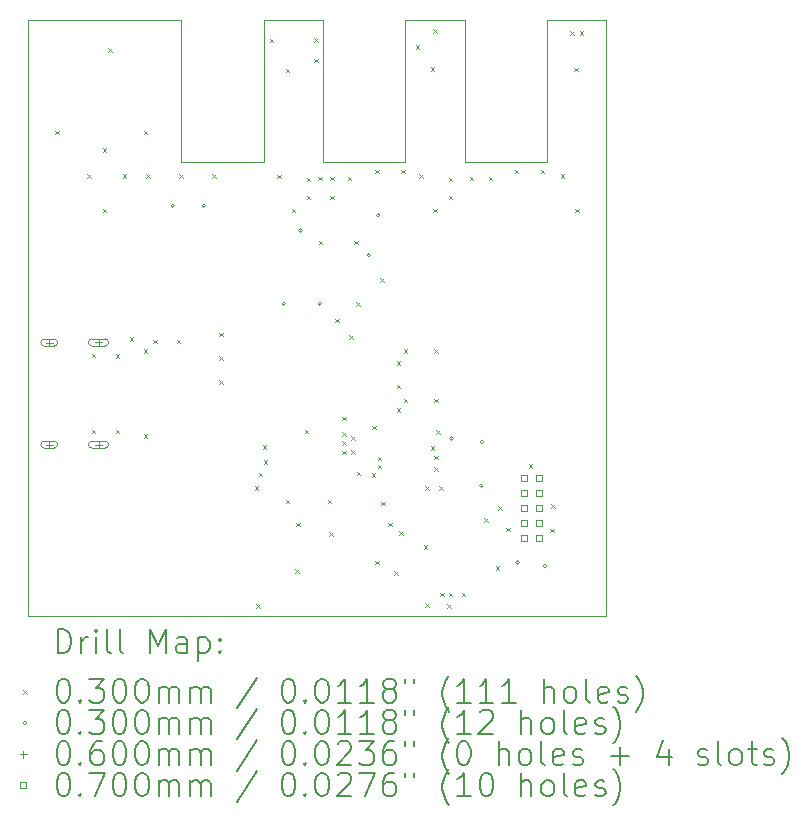
<source format=gbr>
%TF.GenerationSoftware,KiCad,Pcbnew,7.0.9*%
%TF.CreationDate,2023-12-09T12:38:11+01:00*%
%TF.ProjectId,AirMonitor,4169724d-6f6e-4697-946f-722e6b696361,1.0.0*%
%TF.SameCoordinates,Original*%
%TF.FileFunction,Drillmap*%
%TF.FilePolarity,Positive*%
%FSLAX45Y45*%
G04 Gerber Fmt 4.5, Leading zero omitted, Abs format (unit mm)*
G04 Created by KiCad (PCBNEW 7.0.9) date 2023-12-09 12:38:11*
%MOMM*%
%LPD*%
G01*
G04 APERTURE LIST*
%ADD10C,0.100000*%
%ADD11C,0.200000*%
G04 APERTURE END LIST*
D10*
X13100000Y-11400000D02*
X13100000Y-12100000D01*
X11200000Y-12100000D02*
X11200000Y-10900000D01*
X11900000Y-10900000D02*
X11900000Y-11400000D01*
X14300000Y-11400000D02*
X14300000Y-12100000D01*
X13100000Y-12100000D02*
X12400000Y-12100000D01*
X14800000Y-15940000D02*
X14800000Y-12100000D01*
X13600000Y-10900000D02*
X13100000Y-10900000D01*
X13100000Y-10900000D02*
X13100000Y-11400000D01*
X11200000Y-10900000D02*
X9900000Y-10900000D01*
X9900000Y-10900000D02*
X9900000Y-12000000D01*
X12400000Y-10900000D02*
X11900000Y-10900000D01*
X13600000Y-11400000D02*
X13600000Y-10900000D01*
X14800000Y-11400000D02*
X14800000Y-10900000D01*
X14800000Y-10900000D02*
X14300000Y-10900000D01*
X14300000Y-12100000D02*
X13600000Y-12100000D01*
X11900000Y-12100000D02*
X11200000Y-12100000D01*
X9900000Y-15940000D02*
X14800000Y-15940000D01*
X12400000Y-12100000D02*
X12400000Y-11400000D01*
X11900000Y-11400000D02*
X11900000Y-12100000D01*
X14300000Y-10900000D02*
X14300000Y-11400000D01*
X13600000Y-12100000D02*
X13600000Y-11400000D01*
X14800000Y-12100000D02*
X14800000Y-11400000D01*
X12400000Y-11400000D02*
X12400000Y-10900000D01*
X9900000Y-12000000D02*
X9900000Y-15940000D01*
D11*
D10*
X10135000Y-11835000D02*
X10165000Y-11865000D01*
X10165000Y-11835000D02*
X10135000Y-11865000D01*
X10405000Y-12205000D02*
X10435000Y-12235000D01*
X10435000Y-12205000D02*
X10405000Y-12235000D01*
X10445000Y-13724000D02*
X10475000Y-13754000D01*
X10475000Y-13724000D02*
X10445000Y-13754000D01*
X10445000Y-14365000D02*
X10475000Y-14395000D01*
X10475000Y-14365000D02*
X10445000Y-14395000D01*
X10535000Y-11985000D02*
X10565000Y-12015000D01*
X10565000Y-11985000D02*
X10535000Y-12015000D01*
X10535000Y-12495000D02*
X10565000Y-12525000D01*
X10565000Y-12495000D02*
X10535000Y-12525000D01*
X10585000Y-11135000D02*
X10615000Y-11165000D01*
X10615000Y-11135000D02*
X10585000Y-11165000D01*
X10645000Y-13725000D02*
X10675000Y-13755000D01*
X10675000Y-13725000D02*
X10645000Y-13755000D01*
X10645000Y-14365000D02*
X10675000Y-14395000D01*
X10675000Y-14365000D02*
X10645000Y-14395000D01*
X10705000Y-12205000D02*
X10735000Y-12235000D01*
X10735000Y-12205000D02*
X10705000Y-12235000D01*
X10765000Y-13585000D02*
X10795000Y-13615000D01*
X10795000Y-13585000D02*
X10765000Y-13615000D01*
X10885000Y-11835000D02*
X10915000Y-11865000D01*
X10915000Y-11835000D02*
X10885000Y-11865000D01*
X10885000Y-13685000D02*
X10915000Y-13715000D01*
X10915000Y-13685000D02*
X10885000Y-13715000D01*
X10885000Y-14405000D02*
X10915000Y-14435000D01*
X10915000Y-14405000D02*
X10885000Y-14435000D01*
X10905000Y-12205000D02*
X10935000Y-12235000D01*
X10935000Y-12205000D02*
X10905000Y-12235000D01*
X10965000Y-13605000D02*
X10995000Y-13635000D01*
X10995000Y-13605000D02*
X10965000Y-13635000D01*
X11165000Y-13605000D02*
X11195000Y-13635000D01*
X11195000Y-13605000D02*
X11165000Y-13635000D01*
X11185000Y-12205000D02*
X11215000Y-12235000D01*
X11215000Y-12205000D02*
X11185000Y-12235000D01*
X11465000Y-12205000D02*
X11495000Y-12235000D01*
X11495000Y-12205000D02*
X11465000Y-12235000D01*
X11525000Y-13545000D02*
X11555000Y-13575000D01*
X11555000Y-13545000D02*
X11525000Y-13575000D01*
X11525000Y-13745000D02*
X11555000Y-13775000D01*
X11555000Y-13745000D02*
X11525000Y-13775000D01*
X11525000Y-13945000D02*
X11555000Y-13975000D01*
X11555000Y-13945000D02*
X11525000Y-13975000D01*
X11825000Y-14845000D02*
X11855000Y-14875000D01*
X11855000Y-14845000D02*
X11825000Y-14875000D01*
X11835000Y-15845000D02*
X11865000Y-15875000D01*
X11865000Y-15845000D02*
X11835000Y-15875000D01*
X11857500Y-14730000D02*
X11887500Y-14760000D01*
X11887500Y-14730000D02*
X11857500Y-14760000D01*
X11890000Y-14497500D02*
X11920000Y-14527500D01*
X11920000Y-14497500D02*
X11890000Y-14527500D01*
X11900000Y-14625000D02*
X11930000Y-14655000D01*
X11930000Y-14625000D02*
X11900000Y-14655000D01*
X11950000Y-11055000D02*
X11980000Y-11085000D01*
X11980000Y-11055000D02*
X11950000Y-11085000D01*
X12015950Y-12206027D02*
X12045950Y-12236027D01*
X12045950Y-12206027D02*
X12015950Y-12236027D01*
X12084050Y-11310000D02*
X12114050Y-11340000D01*
X12114050Y-11310000D02*
X12084050Y-11340000D01*
X12085000Y-14957500D02*
X12115000Y-14987500D01*
X12115000Y-14957500D02*
X12085000Y-14987500D01*
X12135000Y-12495000D02*
X12165000Y-12525000D01*
X12165000Y-12495000D02*
X12135000Y-12525000D01*
X12165000Y-15545000D02*
X12195000Y-15575000D01*
X12195000Y-15545000D02*
X12165000Y-15575000D01*
X12175000Y-15155000D02*
X12205000Y-15185000D01*
X12205000Y-15155000D02*
X12175000Y-15185000D01*
X12245000Y-14365000D02*
X12275000Y-14395000D01*
X12275000Y-14365000D02*
X12245000Y-14395000D01*
X12265000Y-12234050D02*
X12295000Y-12264050D01*
X12295000Y-12234050D02*
X12265000Y-12264050D01*
X12265000Y-12385000D02*
X12295000Y-12415000D01*
X12295000Y-12385000D02*
X12265000Y-12415000D01*
X12325000Y-11050000D02*
X12355000Y-11080000D01*
X12355000Y-11050000D02*
X12325000Y-11080000D01*
X12325000Y-11225000D02*
X12355000Y-11255000D01*
X12355000Y-11225000D02*
X12325000Y-11255000D01*
X12360000Y-12225000D02*
X12390000Y-12255000D01*
X12390000Y-12225000D02*
X12360000Y-12255000D01*
X12365000Y-12765000D02*
X12395000Y-12795000D01*
X12395000Y-12765000D02*
X12365000Y-12795000D01*
X12442500Y-14960000D02*
X12472500Y-14990000D01*
X12472500Y-14960000D02*
X12442500Y-14990000D01*
X12455000Y-15235000D02*
X12485000Y-15265000D01*
X12485000Y-15235000D02*
X12455000Y-15265000D01*
X12465000Y-12225000D02*
X12495000Y-12255000D01*
X12495000Y-12225000D02*
X12465000Y-12255000D01*
X12465000Y-12385000D02*
X12495000Y-12415000D01*
X12495000Y-12385000D02*
X12465000Y-12415000D01*
X12505000Y-13425000D02*
X12535000Y-13455000D01*
X12535000Y-13425000D02*
X12505000Y-13455000D01*
X12565000Y-14255000D02*
X12595000Y-14285000D01*
X12595000Y-14255000D02*
X12565000Y-14285000D01*
X12565000Y-14385000D02*
X12595000Y-14415000D01*
X12595000Y-14385000D02*
X12565000Y-14415000D01*
X12565000Y-14465000D02*
X12595000Y-14495000D01*
X12595000Y-14465000D02*
X12565000Y-14495000D01*
X12565000Y-14545000D02*
X12595000Y-14575000D01*
X12595000Y-14545000D02*
X12565000Y-14575000D01*
X12610000Y-12225000D02*
X12640000Y-12255000D01*
X12640000Y-12225000D02*
X12610000Y-12255000D01*
X12625000Y-13565000D02*
X12655000Y-13595000D01*
X12655000Y-13565000D02*
X12625000Y-13595000D01*
X12640000Y-14537500D02*
X12670000Y-14567500D01*
X12670000Y-14537500D02*
X12640000Y-14567500D01*
X12642500Y-14422500D02*
X12672500Y-14452500D01*
X12672500Y-14422500D02*
X12642500Y-14452500D01*
X12665000Y-12765000D02*
X12695000Y-12795000D01*
X12695000Y-12765000D02*
X12665000Y-12795000D01*
X12685000Y-13285000D02*
X12715000Y-13315000D01*
X12715000Y-13285000D02*
X12685000Y-13315000D01*
X12687500Y-14722500D02*
X12717500Y-14752500D01*
X12717500Y-14722500D02*
X12687500Y-14752500D01*
X12815000Y-14735000D02*
X12845000Y-14765000D01*
X12845000Y-14735000D02*
X12815000Y-14765000D01*
X12820000Y-14332500D02*
X12850000Y-14362500D01*
X12850000Y-14332500D02*
X12820000Y-14362500D01*
X12845000Y-12165000D02*
X12875000Y-12195000D01*
X12875000Y-12165000D02*
X12845000Y-12195000D01*
X12845000Y-15475000D02*
X12875000Y-15505000D01*
X12875000Y-15475000D02*
X12845000Y-15505000D01*
X12865000Y-14595000D02*
X12895000Y-14625000D01*
X12895000Y-14595000D02*
X12865000Y-14625000D01*
X12865000Y-14663950D02*
X12895000Y-14693950D01*
X12895000Y-14663950D02*
X12865000Y-14693950D01*
X12885000Y-13085000D02*
X12915000Y-13115000D01*
X12915000Y-13085000D02*
X12885000Y-13115000D01*
X12895000Y-14977500D02*
X12925000Y-15007500D01*
X12925000Y-14977500D02*
X12895000Y-15007500D01*
X12955000Y-15155000D02*
X12985000Y-15185000D01*
X12985000Y-15155000D02*
X12955000Y-15185000D01*
X13005000Y-15565000D02*
X13035000Y-15595000D01*
X13035000Y-15565000D02*
X13005000Y-15595000D01*
X13025000Y-13785000D02*
X13055000Y-13815000D01*
X13055000Y-13785000D02*
X13025000Y-13815000D01*
X13025000Y-13985000D02*
X13055000Y-14015000D01*
X13055000Y-13985000D02*
X13025000Y-14015000D01*
X13025000Y-14185000D02*
X13055000Y-14215000D01*
X13055000Y-14185000D02*
X13025000Y-14215000D01*
X13045000Y-15225000D02*
X13075000Y-15255000D01*
X13075000Y-15225000D02*
X13045000Y-15255000D01*
X13065000Y-12165000D02*
X13095000Y-12195000D01*
X13095000Y-12165000D02*
X13065000Y-12195000D01*
X13085000Y-13685000D02*
X13115000Y-13715000D01*
X13115000Y-13685000D02*
X13085000Y-13715000D01*
X13085000Y-14105000D02*
X13115000Y-14135000D01*
X13115000Y-14105000D02*
X13085000Y-14135000D01*
X13185000Y-11110000D02*
X13215000Y-11140000D01*
X13215000Y-11110000D02*
X13185000Y-11140000D01*
X13215950Y-12205000D02*
X13245950Y-12235000D01*
X13245950Y-12205000D02*
X13215950Y-12235000D01*
X13255000Y-15345000D02*
X13285000Y-15375000D01*
X13285000Y-15345000D02*
X13255000Y-15375000D01*
X13265000Y-14845000D02*
X13295000Y-14875000D01*
X13295000Y-14845000D02*
X13265000Y-14875000D01*
X13265000Y-15835000D02*
X13295000Y-15865000D01*
X13295000Y-15835000D02*
X13265000Y-15865000D01*
X13315000Y-11295000D02*
X13345000Y-11325000D01*
X13345000Y-11295000D02*
X13315000Y-11325000D01*
X13315000Y-14505000D02*
X13345000Y-14535000D01*
X13345000Y-14505000D02*
X13315000Y-14535000D01*
X13335000Y-10975000D02*
X13365000Y-11005000D01*
X13365000Y-10975000D02*
X13335000Y-11005000D01*
X13335000Y-12495000D02*
X13365000Y-12525000D01*
X13365000Y-12495000D02*
X13335000Y-12525000D01*
X13345000Y-13685000D02*
X13375000Y-13715000D01*
X13375000Y-13685000D02*
X13345000Y-13715000D01*
X13345000Y-14105000D02*
X13375000Y-14135000D01*
X13375000Y-14105000D02*
X13345000Y-14135000D01*
X13345000Y-14585000D02*
X13375000Y-14615000D01*
X13375000Y-14585000D02*
X13345000Y-14615000D01*
X13345000Y-14685000D02*
X13375000Y-14715000D01*
X13375000Y-14685000D02*
X13345000Y-14715000D01*
X13360000Y-14370000D02*
X13390000Y-14400000D01*
X13390000Y-14370000D02*
X13360000Y-14400000D01*
X13385000Y-14845000D02*
X13415000Y-14875000D01*
X13415000Y-14845000D02*
X13385000Y-14875000D01*
X13396050Y-15745000D02*
X13426050Y-15775000D01*
X13426050Y-15745000D02*
X13396050Y-15775000D01*
X13452500Y-15845000D02*
X13482500Y-15875000D01*
X13482500Y-15845000D02*
X13452500Y-15875000D01*
X13465000Y-12234050D02*
X13495000Y-12264050D01*
X13495000Y-12234050D02*
X13465000Y-12264050D01*
X13465000Y-12385000D02*
X13495000Y-12415000D01*
X13495000Y-12385000D02*
X13465000Y-12415000D01*
X13465000Y-15745000D02*
X13495000Y-15775000D01*
X13495000Y-15745000D02*
X13465000Y-15775000D01*
X13575000Y-15745000D02*
X13605000Y-15775000D01*
X13605000Y-15745000D02*
X13575000Y-15775000D01*
X13645000Y-12225000D02*
X13675000Y-12255000D01*
X13675000Y-12225000D02*
X13645000Y-12255000D01*
X13765000Y-15115000D02*
X13795000Y-15145000D01*
X13795000Y-15115000D02*
X13765000Y-15145000D01*
X13805000Y-12225000D02*
X13835000Y-12255000D01*
X13835000Y-12225000D02*
X13805000Y-12255000D01*
X13862500Y-15522500D02*
X13892500Y-15552500D01*
X13892500Y-15522500D02*
X13862500Y-15552500D01*
X13885000Y-15015000D02*
X13915000Y-15045000D01*
X13915000Y-15015000D02*
X13885000Y-15045000D01*
X13955000Y-15195000D02*
X13985000Y-15225000D01*
X13985000Y-15195000D02*
X13955000Y-15225000D01*
X14025000Y-12165000D02*
X14055000Y-12195000D01*
X14055000Y-12165000D02*
X14025000Y-12195000D01*
X14145000Y-14655950D02*
X14175000Y-14685950D01*
X14175000Y-14655950D02*
X14145000Y-14685950D01*
X14245000Y-12165000D02*
X14275000Y-12195000D01*
X14275000Y-12165000D02*
X14245000Y-12195000D01*
X14325000Y-15205000D02*
X14355000Y-15235000D01*
X14355000Y-15205000D02*
X14325000Y-15235000D01*
X14335000Y-14995000D02*
X14365000Y-15025000D01*
X14365000Y-14995000D02*
X14335000Y-15025000D01*
X14415950Y-12205000D02*
X14445950Y-12235000D01*
X14445950Y-12205000D02*
X14415950Y-12235000D01*
X14495000Y-10990000D02*
X14525000Y-11020000D01*
X14525000Y-10990000D02*
X14495000Y-11020000D01*
X14530000Y-11300000D02*
X14560000Y-11330000D01*
X14560000Y-11300000D02*
X14530000Y-11330000D01*
X14535000Y-12495000D02*
X14565000Y-12525000D01*
X14565000Y-12495000D02*
X14535000Y-12525000D01*
X14575000Y-10990000D02*
X14605000Y-11020000D01*
X14605000Y-10990000D02*
X14575000Y-11020000D01*
X11145000Y-12470000D02*
G75*
G03*
X11145000Y-12470000I-15000J0D01*
G01*
X11405000Y-12470000D02*
G75*
G03*
X11405000Y-12470000I-15000J0D01*
G01*
X12085000Y-13300000D02*
G75*
G03*
X12085000Y-13300000I-15000J0D01*
G01*
X12225000Y-12680000D02*
G75*
G03*
X12225000Y-12680000I-15000J0D01*
G01*
X12390000Y-13300000D02*
G75*
G03*
X12390000Y-13300000I-15000J0D01*
G01*
X12805000Y-12890000D02*
G75*
G03*
X12805000Y-12890000I-15000J0D01*
G01*
X12885000Y-12550000D02*
G75*
G03*
X12885000Y-12550000I-15000J0D01*
G01*
X13505000Y-14440000D02*
G75*
G03*
X13505000Y-14440000I-15000J0D01*
G01*
X13755000Y-14840000D02*
G75*
G03*
X13755000Y-14840000I-15000J0D01*
G01*
X13765000Y-14470000D02*
G75*
G03*
X13765000Y-14470000I-15000J0D01*
G01*
X14065000Y-15490000D02*
G75*
G03*
X14065000Y-15490000I-15000J0D01*
G01*
X14295000Y-15520000D02*
G75*
G03*
X14295000Y-15520000I-15000J0D01*
G01*
X10083250Y-13598000D02*
X10083250Y-13658000D01*
X10053250Y-13628000D02*
X10113250Y-13628000D01*
X10123250Y-13598000D02*
X10043250Y-13598000D01*
X10043250Y-13598000D02*
G75*
G03*
X10043250Y-13658000I0J-30000D01*
G01*
X10043250Y-13658000D02*
X10123250Y-13658000D01*
X10123250Y-13658000D02*
G75*
G03*
X10123250Y-13598000I0J30000D01*
G01*
X10083250Y-14462000D02*
X10083250Y-14522000D01*
X10053250Y-14492000D02*
X10113250Y-14492000D01*
X10123250Y-14462000D02*
X10043250Y-14462000D01*
X10043250Y-14462000D02*
G75*
G03*
X10043250Y-14522000I0J-30000D01*
G01*
X10043250Y-14522000D02*
X10123250Y-14522000D01*
X10123250Y-14522000D02*
G75*
G03*
X10123250Y-14462000I0J30000D01*
G01*
X10501250Y-13595000D02*
X10501250Y-13655000D01*
X10471250Y-13625000D02*
X10531250Y-13625000D01*
X10556250Y-13595000D02*
X10446250Y-13595000D01*
X10446250Y-13595000D02*
G75*
G03*
X10446250Y-13655000I0J-30000D01*
G01*
X10446250Y-13655000D02*
X10556250Y-13655000D01*
X10556250Y-13655000D02*
G75*
G03*
X10556250Y-13595000I0J30000D01*
G01*
X10501250Y-14462000D02*
X10501250Y-14522000D01*
X10471250Y-14492000D02*
X10531250Y-14492000D01*
X10556250Y-14462000D02*
X10446250Y-14462000D01*
X10446250Y-14462000D02*
G75*
G03*
X10446250Y-14522000I0J-30000D01*
G01*
X10446250Y-14522000D02*
X10556250Y-14522000D01*
X10556250Y-14522000D02*
G75*
G03*
X10556250Y-14462000I0J30000D01*
G01*
X14124749Y-14799749D02*
X14124749Y-14750251D01*
X14075251Y-14750251D01*
X14075251Y-14799749D01*
X14124749Y-14799749D01*
X14124749Y-14926749D02*
X14124749Y-14877251D01*
X14075251Y-14877251D01*
X14075251Y-14926749D01*
X14124749Y-14926749D01*
X14124749Y-15053749D02*
X14124749Y-15004251D01*
X14075251Y-15004251D01*
X14075251Y-15053749D01*
X14124749Y-15053749D01*
X14124749Y-15180749D02*
X14124749Y-15131251D01*
X14075251Y-15131251D01*
X14075251Y-15180749D01*
X14124749Y-15180749D01*
X14124749Y-15307749D02*
X14124749Y-15258251D01*
X14075251Y-15258251D01*
X14075251Y-15307749D01*
X14124749Y-15307749D01*
X14251749Y-14799749D02*
X14251749Y-14750251D01*
X14202251Y-14750251D01*
X14202251Y-14799749D01*
X14251749Y-14799749D01*
X14251749Y-14926749D02*
X14251749Y-14877251D01*
X14202251Y-14877251D01*
X14202251Y-14926749D01*
X14251749Y-14926749D01*
X14251749Y-15053749D02*
X14251749Y-15004251D01*
X14202251Y-15004251D01*
X14202251Y-15053749D01*
X14251749Y-15053749D01*
X14251749Y-15180749D02*
X14251749Y-15131251D01*
X14202251Y-15131251D01*
X14202251Y-15180749D01*
X14251749Y-15180749D01*
X14251749Y-15307749D02*
X14251749Y-15258251D01*
X14202251Y-15258251D01*
X14202251Y-15307749D01*
X14251749Y-15307749D01*
D11*
X10155777Y-16256484D02*
X10155777Y-16056484D01*
X10155777Y-16056484D02*
X10203396Y-16056484D01*
X10203396Y-16056484D02*
X10231967Y-16066008D01*
X10231967Y-16066008D02*
X10251015Y-16085055D01*
X10251015Y-16085055D02*
X10260539Y-16104103D01*
X10260539Y-16104103D02*
X10270063Y-16142198D01*
X10270063Y-16142198D02*
X10270063Y-16170769D01*
X10270063Y-16170769D02*
X10260539Y-16208865D01*
X10260539Y-16208865D02*
X10251015Y-16227912D01*
X10251015Y-16227912D02*
X10231967Y-16246960D01*
X10231967Y-16246960D02*
X10203396Y-16256484D01*
X10203396Y-16256484D02*
X10155777Y-16256484D01*
X10355777Y-16256484D02*
X10355777Y-16123150D01*
X10355777Y-16161246D02*
X10365301Y-16142198D01*
X10365301Y-16142198D02*
X10374824Y-16132674D01*
X10374824Y-16132674D02*
X10393872Y-16123150D01*
X10393872Y-16123150D02*
X10412920Y-16123150D01*
X10479586Y-16256484D02*
X10479586Y-16123150D01*
X10479586Y-16056484D02*
X10470063Y-16066008D01*
X10470063Y-16066008D02*
X10479586Y-16075531D01*
X10479586Y-16075531D02*
X10489110Y-16066008D01*
X10489110Y-16066008D02*
X10479586Y-16056484D01*
X10479586Y-16056484D02*
X10479586Y-16075531D01*
X10603396Y-16256484D02*
X10584348Y-16246960D01*
X10584348Y-16246960D02*
X10574824Y-16227912D01*
X10574824Y-16227912D02*
X10574824Y-16056484D01*
X10708158Y-16256484D02*
X10689110Y-16246960D01*
X10689110Y-16246960D02*
X10679586Y-16227912D01*
X10679586Y-16227912D02*
X10679586Y-16056484D01*
X10936729Y-16256484D02*
X10936729Y-16056484D01*
X10936729Y-16056484D02*
X11003396Y-16199341D01*
X11003396Y-16199341D02*
X11070063Y-16056484D01*
X11070063Y-16056484D02*
X11070063Y-16256484D01*
X11251015Y-16256484D02*
X11251015Y-16151722D01*
X11251015Y-16151722D02*
X11241491Y-16132674D01*
X11241491Y-16132674D02*
X11222443Y-16123150D01*
X11222443Y-16123150D02*
X11184348Y-16123150D01*
X11184348Y-16123150D02*
X11165301Y-16132674D01*
X11251015Y-16246960D02*
X11231967Y-16256484D01*
X11231967Y-16256484D02*
X11184348Y-16256484D01*
X11184348Y-16256484D02*
X11165301Y-16246960D01*
X11165301Y-16246960D02*
X11155777Y-16227912D01*
X11155777Y-16227912D02*
X11155777Y-16208865D01*
X11155777Y-16208865D02*
X11165301Y-16189817D01*
X11165301Y-16189817D02*
X11184348Y-16180293D01*
X11184348Y-16180293D02*
X11231967Y-16180293D01*
X11231967Y-16180293D02*
X11251015Y-16170769D01*
X11346253Y-16123150D02*
X11346253Y-16323150D01*
X11346253Y-16132674D02*
X11365301Y-16123150D01*
X11365301Y-16123150D02*
X11403396Y-16123150D01*
X11403396Y-16123150D02*
X11422443Y-16132674D01*
X11422443Y-16132674D02*
X11431967Y-16142198D01*
X11431967Y-16142198D02*
X11441491Y-16161246D01*
X11441491Y-16161246D02*
X11441491Y-16218388D01*
X11441491Y-16218388D02*
X11431967Y-16237436D01*
X11431967Y-16237436D02*
X11422443Y-16246960D01*
X11422443Y-16246960D02*
X11403396Y-16256484D01*
X11403396Y-16256484D02*
X11365301Y-16256484D01*
X11365301Y-16256484D02*
X11346253Y-16246960D01*
X11527205Y-16237436D02*
X11536729Y-16246960D01*
X11536729Y-16246960D02*
X11527205Y-16256484D01*
X11527205Y-16256484D02*
X11517682Y-16246960D01*
X11517682Y-16246960D02*
X11527205Y-16237436D01*
X11527205Y-16237436D02*
X11527205Y-16256484D01*
X11527205Y-16132674D02*
X11536729Y-16142198D01*
X11536729Y-16142198D02*
X11527205Y-16151722D01*
X11527205Y-16151722D02*
X11517682Y-16142198D01*
X11517682Y-16142198D02*
X11527205Y-16132674D01*
X11527205Y-16132674D02*
X11527205Y-16151722D01*
D10*
X9865000Y-16570000D02*
X9895000Y-16600000D01*
X9895000Y-16570000D02*
X9865000Y-16600000D01*
D11*
X10193872Y-16476484D02*
X10212920Y-16476484D01*
X10212920Y-16476484D02*
X10231967Y-16486008D01*
X10231967Y-16486008D02*
X10241491Y-16495531D01*
X10241491Y-16495531D02*
X10251015Y-16514579D01*
X10251015Y-16514579D02*
X10260539Y-16552674D01*
X10260539Y-16552674D02*
X10260539Y-16600293D01*
X10260539Y-16600293D02*
X10251015Y-16638388D01*
X10251015Y-16638388D02*
X10241491Y-16657436D01*
X10241491Y-16657436D02*
X10231967Y-16666960D01*
X10231967Y-16666960D02*
X10212920Y-16676484D01*
X10212920Y-16676484D02*
X10193872Y-16676484D01*
X10193872Y-16676484D02*
X10174824Y-16666960D01*
X10174824Y-16666960D02*
X10165301Y-16657436D01*
X10165301Y-16657436D02*
X10155777Y-16638388D01*
X10155777Y-16638388D02*
X10146253Y-16600293D01*
X10146253Y-16600293D02*
X10146253Y-16552674D01*
X10146253Y-16552674D02*
X10155777Y-16514579D01*
X10155777Y-16514579D02*
X10165301Y-16495531D01*
X10165301Y-16495531D02*
X10174824Y-16486008D01*
X10174824Y-16486008D02*
X10193872Y-16476484D01*
X10346253Y-16657436D02*
X10355777Y-16666960D01*
X10355777Y-16666960D02*
X10346253Y-16676484D01*
X10346253Y-16676484D02*
X10336729Y-16666960D01*
X10336729Y-16666960D02*
X10346253Y-16657436D01*
X10346253Y-16657436D02*
X10346253Y-16676484D01*
X10422444Y-16476484D02*
X10546253Y-16476484D01*
X10546253Y-16476484D02*
X10479586Y-16552674D01*
X10479586Y-16552674D02*
X10508158Y-16552674D01*
X10508158Y-16552674D02*
X10527205Y-16562198D01*
X10527205Y-16562198D02*
X10536729Y-16571722D01*
X10536729Y-16571722D02*
X10546253Y-16590769D01*
X10546253Y-16590769D02*
X10546253Y-16638388D01*
X10546253Y-16638388D02*
X10536729Y-16657436D01*
X10536729Y-16657436D02*
X10527205Y-16666960D01*
X10527205Y-16666960D02*
X10508158Y-16676484D01*
X10508158Y-16676484D02*
X10451015Y-16676484D01*
X10451015Y-16676484D02*
X10431967Y-16666960D01*
X10431967Y-16666960D02*
X10422444Y-16657436D01*
X10670063Y-16476484D02*
X10689110Y-16476484D01*
X10689110Y-16476484D02*
X10708158Y-16486008D01*
X10708158Y-16486008D02*
X10717682Y-16495531D01*
X10717682Y-16495531D02*
X10727205Y-16514579D01*
X10727205Y-16514579D02*
X10736729Y-16552674D01*
X10736729Y-16552674D02*
X10736729Y-16600293D01*
X10736729Y-16600293D02*
X10727205Y-16638388D01*
X10727205Y-16638388D02*
X10717682Y-16657436D01*
X10717682Y-16657436D02*
X10708158Y-16666960D01*
X10708158Y-16666960D02*
X10689110Y-16676484D01*
X10689110Y-16676484D02*
X10670063Y-16676484D01*
X10670063Y-16676484D02*
X10651015Y-16666960D01*
X10651015Y-16666960D02*
X10641491Y-16657436D01*
X10641491Y-16657436D02*
X10631967Y-16638388D01*
X10631967Y-16638388D02*
X10622444Y-16600293D01*
X10622444Y-16600293D02*
X10622444Y-16552674D01*
X10622444Y-16552674D02*
X10631967Y-16514579D01*
X10631967Y-16514579D02*
X10641491Y-16495531D01*
X10641491Y-16495531D02*
X10651015Y-16486008D01*
X10651015Y-16486008D02*
X10670063Y-16476484D01*
X10860539Y-16476484D02*
X10879586Y-16476484D01*
X10879586Y-16476484D02*
X10898634Y-16486008D01*
X10898634Y-16486008D02*
X10908158Y-16495531D01*
X10908158Y-16495531D02*
X10917682Y-16514579D01*
X10917682Y-16514579D02*
X10927205Y-16552674D01*
X10927205Y-16552674D02*
X10927205Y-16600293D01*
X10927205Y-16600293D02*
X10917682Y-16638388D01*
X10917682Y-16638388D02*
X10908158Y-16657436D01*
X10908158Y-16657436D02*
X10898634Y-16666960D01*
X10898634Y-16666960D02*
X10879586Y-16676484D01*
X10879586Y-16676484D02*
X10860539Y-16676484D01*
X10860539Y-16676484D02*
X10841491Y-16666960D01*
X10841491Y-16666960D02*
X10831967Y-16657436D01*
X10831967Y-16657436D02*
X10822444Y-16638388D01*
X10822444Y-16638388D02*
X10812920Y-16600293D01*
X10812920Y-16600293D02*
X10812920Y-16552674D01*
X10812920Y-16552674D02*
X10822444Y-16514579D01*
X10822444Y-16514579D02*
X10831967Y-16495531D01*
X10831967Y-16495531D02*
X10841491Y-16486008D01*
X10841491Y-16486008D02*
X10860539Y-16476484D01*
X11012920Y-16676484D02*
X11012920Y-16543150D01*
X11012920Y-16562198D02*
X11022444Y-16552674D01*
X11022444Y-16552674D02*
X11041491Y-16543150D01*
X11041491Y-16543150D02*
X11070063Y-16543150D01*
X11070063Y-16543150D02*
X11089110Y-16552674D01*
X11089110Y-16552674D02*
X11098634Y-16571722D01*
X11098634Y-16571722D02*
X11098634Y-16676484D01*
X11098634Y-16571722D02*
X11108158Y-16552674D01*
X11108158Y-16552674D02*
X11127205Y-16543150D01*
X11127205Y-16543150D02*
X11155777Y-16543150D01*
X11155777Y-16543150D02*
X11174825Y-16552674D01*
X11174825Y-16552674D02*
X11184348Y-16571722D01*
X11184348Y-16571722D02*
X11184348Y-16676484D01*
X11279586Y-16676484D02*
X11279586Y-16543150D01*
X11279586Y-16562198D02*
X11289110Y-16552674D01*
X11289110Y-16552674D02*
X11308158Y-16543150D01*
X11308158Y-16543150D02*
X11336729Y-16543150D01*
X11336729Y-16543150D02*
X11355777Y-16552674D01*
X11355777Y-16552674D02*
X11365301Y-16571722D01*
X11365301Y-16571722D02*
X11365301Y-16676484D01*
X11365301Y-16571722D02*
X11374824Y-16552674D01*
X11374824Y-16552674D02*
X11393872Y-16543150D01*
X11393872Y-16543150D02*
X11422443Y-16543150D01*
X11422443Y-16543150D02*
X11441491Y-16552674D01*
X11441491Y-16552674D02*
X11451015Y-16571722D01*
X11451015Y-16571722D02*
X11451015Y-16676484D01*
X11841491Y-16466960D02*
X11670063Y-16724103D01*
X12098634Y-16476484D02*
X12117682Y-16476484D01*
X12117682Y-16476484D02*
X12136729Y-16486008D01*
X12136729Y-16486008D02*
X12146253Y-16495531D01*
X12146253Y-16495531D02*
X12155777Y-16514579D01*
X12155777Y-16514579D02*
X12165301Y-16552674D01*
X12165301Y-16552674D02*
X12165301Y-16600293D01*
X12165301Y-16600293D02*
X12155777Y-16638388D01*
X12155777Y-16638388D02*
X12146253Y-16657436D01*
X12146253Y-16657436D02*
X12136729Y-16666960D01*
X12136729Y-16666960D02*
X12117682Y-16676484D01*
X12117682Y-16676484D02*
X12098634Y-16676484D01*
X12098634Y-16676484D02*
X12079586Y-16666960D01*
X12079586Y-16666960D02*
X12070063Y-16657436D01*
X12070063Y-16657436D02*
X12060539Y-16638388D01*
X12060539Y-16638388D02*
X12051015Y-16600293D01*
X12051015Y-16600293D02*
X12051015Y-16552674D01*
X12051015Y-16552674D02*
X12060539Y-16514579D01*
X12060539Y-16514579D02*
X12070063Y-16495531D01*
X12070063Y-16495531D02*
X12079586Y-16486008D01*
X12079586Y-16486008D02*
X12098634Y-16476484D01*
X12251015Y-16657436D02*
X12260539Y-16666960D01*
X12260539Y-16666960D02*
X12251015Y-16676484D01*
X12251015Y-16676484D02*
X12241491Y-16666960D01*
X12241491Y-16666960D02*
X12251015Y-16657436D01*
X12251015Y-16657436D02*
X12251015Y-16676484D01*
X12384348Y-16476484D02*
X12403396Y-16476484D01*
X12403396Y-16476484D02*
X12422444Y-16486008D01*
X12422444Y-16486008D02*
X12431967Y-16495531D01*
X12431967Y-16495531D02*
X12441491Y-16514579D01*
X12441491Y-16514579D02*
X12451015Y-16552674D01*
X12451015Y-16552674D02*
X12451015Y-16600293D01*
X12451015Y-16600293D02*
X12441491Y-16638388D01*
X12441491Y-16638388D02*
X12431967Y-16657436D01*
X12431967Y-16657436D02*
X12422444Y-16666960D01*
X12422444Y-16666960D02*
X12403396Y-16676484D01*
X12403396Y-16676484D02*
X12384348Y-16676484D01*
X12384348Y-16676484D02*
X12365301Y-16666960D01*
X12365301Y-16666960D02*
X12355777Y-16657436D01*
X12355777Y-16657436D02*
X12346253Y-16638388D01*
X12346253Y-16638388D02*
X12336729Y-16600293D01*
X12336729Y-16600293D02*
X12336729Y-16552674D01*
X12336729Y-16552674D02*
X12346253Y-16514579D01*
X12346253Y-16514579D02*
X12355777Y-16495531D01*
X12355777Y-16495531D02*
X12365301Y-16486008D01*
X12365301Y-16486008D02*
X12384348Y-16476484D01*
X12641491Y-16676484D02*
X12527206Y-16676484D01*
X12584348Y-16676484D02*
X12584348Y-16476484D01*
X12584348Y-16476484D02*
X12565301Y-16505055D01*
X12565301Y-16505055D02*
X12546253Y-16524103D01*
X12546253Y-16524103D02*
X12527206Y-16533627D01*
X12831967Y-16676484D02*
X12717682Y-16676484D01*
X12774825Y-16676484D02*
X12774825Y-16476484D01*
X12774825Y-16476484D02*
X12755777Y-16505055D01*
X12755777Y-16505055D02*
X12736729Y-16524103D01*
X12736729Y-16524103D02*
X12717682Y-16533627D01*
X12946253Y-16562198D02*
X12927206Y-16552674D01*
X12927206Y-16552674D02*
X12917682Y-16543150D01*
X12917682Y-16543150D02*
X12908158Y-16524103D01*
X12908158Y-16524103D02*
X12908158Y-16514579D01*
X12908158Y-16514579D02*
X12917682Y-16495531D01*
X12917682Y-16495531D02*
X12927206Y-16486008D01*
X12927206Y-16486008D02*
X12946253Y-16476484D01*
X12946253Y-16476484D02*
X12984348Y-16476484D01*
X12984348Y-16476484D02*
X13003396Y-16486008D01*
X13003396Y-16486008D02*
X13012920Y-16495531D01*
X13012920Y-16495531D02*
X13022444Y-16514579D01*
X13022444Y-16514579D02*
X13022444Y-16524103D01*
X13022444Y-16524103D02*
X13012920Y-16543150D01*
X13012920Y-16543150D02*
X13003396Y-16552674D01*
X13003396Y-16552674D02*
X12984348Y-16562198D01*
X12984348Y-16562198D02*
X12946253Y-16562198D01*
X12946253Y-16562198D02*
X12927206Y-16571722D01*
X12927206Y-16571722D02*
X12917682Y-16581246D01*
X12917682Y-16581246D02*
X12908158Y-16600293D01*
X12908158Y-16600293D02*
X12908158Y-16638388D01*
X12908158Y-16638388D02*
X12917682Y-16657436D01*
X12917682Y-16657436D02*
X12927206Y-16666960D01*
X12927206Y-16666960D02*
X12946253Y-16676484D01*
X12946253Y-16676484D02*
X12984348Y-16676484D01*
X12984348Y-16676484D02*
X13003396Y-16666960D01*
X13003396Y-16666960D02*
X13012920Y-16657436D01*
X13012920Y-16657436D02*
X13022444Y-16638388D01*
X13022444Y-16638388D02*
X13022444Y-16600293D01*
X13022444Y-16600293D02*
X13012920Y-16581246D01*
X13012920Y-16581246D02*
X13003396Y-16571722D01*
X13003396Y-16571722D02*
X12984348Y-16562198D01*
X13098634Y-16476484D02*
X13098634Y-16514579D01*
X13174825Y-16476484D02*
X13174825Y-16514579D01*
X13470063Y-16752674D02*
X13460539Y-16743150D01*
X13460539Y-16743150D02*
X13441491Y-16714579D01*
X13441491Y-16714579D02*
X13431968Y-16695531D01*
X13431968Y-16695531D02*
X13422444Y-16666960D01*
X13422444Y-16666960D02*
X13412920Y-16619341D01*
X13412920Y-16619341D02*
X13412920Y-16581246D01*
X13412920Y-16581246D02*
X13422444Y-16533627D01*
X13422444Y-16533627D02*
X13431968Y-16505055D01*
X13431968Y-16505055D02*
X13441491Y-16486008D01*
X13441491Y-16486008D02*
X13460539Y-16457436D01*
X13460539Y-16457436D02*
X13470063Y-16447912D01*
X13651015Y-16676484D02*
X13536729Y-16676484D01*
X13593872Y-16676484D02*
X13593872Y-16476484D01*
X13593872Y-16476484D02*
X13574825Y-16505055D01*
X13574825Y-16505055D02*
X13555777Y-16524103D01*
X13555777Y-16524103D02*
X13536729Y-16533627D01*
X13841491Y-16676484D02*
X13727206Y-16676484D01*
X13784348Y-16676484D02*
X13784348Y-16476484D01*
X13784348Y-16476484D02*
X13765301Y-16505055D01*
X13765301Y-16505055D02*
X13746253Y-16524103D01*
X13746253Y-16524103D02*
X13727206Y-16533627D01*
X14031968Y-16676484D02*
X13917682Y-16676484D01*
X13974825Y-16676484D02*
X13974825Y-16476484D01*
X13974825Y-16476484D02*
X13955777Y-16505055D01*
X13955777Y-16505055D02*
X13936729Y-16524103D01*
X13936729Y-16524103D02*
X13917682Y-16533627D01*
X14270063Y-16676484D02*
X14270063Y-16476484D01*
X14355777Y-16676484D02*
X14355777Y-16571722D01*
X14355777Y-16571722D02*
X14346253Y-16552674D01*
X14346253Y-16552674D02*
X14327206Y-16543150D01*
X14327206Y-16543150D02*
X14298634Y-16543150D01*
X14298634Y-16543150D02*
X14279587Y-16552674D01*
X14279587Y-16552674D02*
X14270063Y-16562198D01*
X14479587Y-16676484D02*
X14460539Y-16666960D01*
X14460539Y-16666960D02*
X14451015Y-16657436D01*
X14451015Y-16657436D02*
X14441491Y-16638388D01*
X14441491Y-16638388D02*
X14441491Y-16581246D01*
X14441491Y-16581246D02*
X14451015Y-16562198D01*
X14451015Y-16562198D02*
X14460539Y-16552674D01*
X14460539Y-16552674D02*
X14479587Y-16543150D01*
X14479587Y-16543150D02*
X14508158Y-16543150D01*
X14508158Y-16543150D02*
X14527206Y-16552674D01*
X14527206Y-16552674D02*
X14536730Y-16562198D01*
X14536730Y-16562198D02*
X14546253Y-16581246D01*
X14546253Y-16581246D02*
X14546253Y-16638388D01*
X14546253Y-16638388D02*
X14536730Y-16657436D01*
X14536730Y-16657436D02*
X14527206Y-16666960D01*
X14527206Y-16666960D02*
X14508158Y-16676484D01*
X14508158Y-16676484D02*
X14479587Y-16676484D01*
X14660539Y-16676484D02*
X14641491Y-16666960D01*
X14641491Y-16666960D02*
X14631968Y-16647912D01*
X14631968Y-16647912D02*
X14631968Y-16476484D01*
X14812920Y-16666960D02*
X14793872Y-16676484D01*
X14793872Y-16676484D02*
X14755777Y-16676484D01*
X14755777Y-16676484D02*
X14736730Y-16666960D01*
X14736730Y-16666960D02*
X14727206Y-16647912D01*
X14727206Y-16647912D02*
X14727206Y-16571722D01*
X14727206Y-16571722D02*
X14736730Y-16552674D01*
X14736730Y-16552674D02*
X14755777Y-16543150D01*
X14755777Y-16543150D02*
X14793872Y-16543150D01*
X14793872Y-16543150D02*
X14812920Y-16552674D01*
X14812920Y-16552674D02*
X14822444Y-16571722D01*
X14822444Y-16571722D02*
X14822444Y-16590769D01*
X14822444Y-16590769D02*
X14727206Y-16609817D01*
X14898634Y-16666960D02*
X14917682Y-16676484D01*
X14917682Y-16676484D02*
X14955777Y-16676484D01*
X14955777Y-16676484D02*
X14974825Y-16666960D01*
X14974825Y-16666960D02*
X14984349Y-16647912D01*
X14984349Y-16647912D02*
X14984349Y-16638388D01*
X14984349Y-16638388D02*
X14974825Y-16619341D01*
X14974825Y-16619341D02*
X14955777Y-16609817D01*
X14955777Y-16609817D02*
X14927206Y-16609817D01*
X14927206Y-16609817D02*
X14908158Y-16600293D01*
X14908158Y-16600293D02*
X14898634Y-16581246D01*
X14898634Y-16581246D02*
X14898634Y-16571722D01*
X14898634Y-16571722D02*
X14908158Y-16552674D01*
X14908158Y-16552674D02*
X14927206Y-16543150D01*
X14927206Y-16543150D02*
X14955777Y-16543150D01*
X14955777Y-16543150D02*
X14974825Y-16552674D01*
X15051015Y-16752674D02*
X15060539Y-16743150D01*
X15060539Y-16743150D02*
X15079587Y-16714579D01*
X15079587Y-16714579D02*
X15089111Y-16695531D01*
X15089111Y-16695531D02*
X15098634Y-16666960D01*
X15098634Y-16666960D02*
X15108158Y-16619341D01*
X15108158Y-16619341D02*
X15108158Y-16581246D01*
X15108158Y-16581246D02*
X15098634Y-16533627D01*
X15098634Y-16533627D02*
X15089111Y-16505055D01*
X15089111Y-16505055D02*
X15079587Y-16486008D01*
X15079587Y-16486008D02*
X15060539Y-16457436D01*
X15060539Y-16457436D02*
X15051015Y-16447912D01*
D10*
X9895000Y-16849000D02*
G75*
G03*
X9895000Y-16849000I-15000J0D01*
G01*
D11*
X10193872Y-16740484D02*
X10212920Y-16740484D01*
X10212920Y-16740484D02*
X10231967Y-16750008D01*
X10231967Y-16750008D02*
X10241491Y-16759531D01*
X10241491Y-16759531D02*
X10251015Y-16778579D01*
X10251015Y-16778579D02*
X10260539Y-16816674D01*
X10260539Y-16816674D02*
X10260539Y-16864293D01*
X10260539Y-16864293D02*
X10251015Y-16902389D01*
X10251015Y-16902389D02*
X10241491Y-16921436D01*
X10241491Y-16921436D02*
X10231967Y-16930960D01*
X10231967Y-16930960D02*
X10212920Y-16940484D01*
X10212920Y-16940484D02*
X10193872Y-16940484D01*
X10193872Y-16940484D02*
X10174824Y-16930960D01*
X10174824Y-16930960D02*
X10165301Y-16921436D01*
X10165301Y-16921436D02*
X10155777Y-16902389D01*
X10155777Y-16902389D02*
X10146253Y-16864293D01*
X10146253Y-16864293D02*
X10146253Y-16816674D01*
X10146253Y-16816674D02*
X10155777Y-16778579D01*
X10155777Y-16778579D02*
X10165301Y-16759531D01*
X10165301Y-16759531D02*
X10174824Y-16750008D01*
X10174824Y-16750008D02*
X10193872Y-16740484D01*
X10346253Y-16921436D02*
X10355777Y-16930960D01*
X10355777Y-16930960D02*
X10346253Y-16940484D01*
X10346253Y-16940484D02*
X10336729Y-16930960D01*
X10336729Y-16930960D02*
X10346253Y-16921436D01*
X10346253Y-16921436D02*
X10346253Y-16940484D01*
X10422444Y-16740484D02*
X10546253Y-16740484D01*
X10546253Y-16740484D02*
X10479586Y-16816674D01*
X10479586Y-16816674D02*
X10508158Y-16816674D01*
X10508158Y-16816674D02*
X10527205Y-16826198D01*
X10527205Y-16826198D02*
X10536729Y-16835722D01*
X10536729Y-16835722D02*
X10546253Y-16854770D01*
X10546253Y-16854770D02*
X10546253Y-16902389D01*
X10546253Y-16902389D02*
X10536729Y-16921436D01*
X10536729Y-16921436D02*
X10527205Y-16930960D01*
X10527205Y-16930960D02*
X10508158Y-16940484D01*
X10508158Y-16940484D02*
X10451015Y-16940484D01*
X10451015Y-16940484D02*
X10431967Y-16930960D01*
X10431967Y-16930960D02*
X10422444Y-16921436D01*
X10670063Y-16740484D02*
X10689110Y-16740484D01*
X10689110Y-16740484D02*
X10708158Y-16750008D01*
X10708158Y-16750008D02*
X10717682Y-16759531D01*
X10717682Y-16759531D02*
X10727205Y-16778579D01*
X10727205Y-16778579D02*
X10736729Y-16816674D01*
X10736729Y-16816674D02*
X10736729Y-16864293D01*
X10736729Y-16864293D02*
X10727205Y-16902389D01*
X10727205Y-16902389D02*
X10717682Y-16921436D01*
X10717682Y-16921436D02*
X10708158Y-16930960D01*
X10708158Y-16930960D02*
X10689110Y-16940484D01*
X10689110Y-16940484D02*
X10670063Y-16940484D01*
X10670063Y-16940484D02*
X10651015Y-16930960D01*
X10651015Y-16930960D02*
X10641491Y-16921436D01*
X10641491Y-16921436D02*
X10631967Y-16902389D01*
X10631967Y-16902389D02*
X10622444Y-16864293D01*
X10622444Y-16864293D02*
X10622444Y-16816674D01*
X10622444Y-16816674D02*
X10631967Y-16778579D01*
X10631967Y-16778579D02*
X10641491Y-16759531D01*
X10641491Y-16759531D02*
X10651015Y-16750008D01*
X10651015Y-16750008D02*
X10670063Y-16740484D01*
X10860539Y-16740484D02*
X10879586Y-16740484D01*
X10879586Y-16740484D02*
X10898634Y-16750008D01*
X10898634Y-16750008D02*
X10908158Y-16759531D01*
X10908158Y-16759531D02*
X10917682Y-16778579D01*
X10917682Y-16778579D02*
X10927205Y-16816674D01*
X10927205Y-16816674D02*
X10927205Y-16864293D01*
X10927205Y-16864293D02*
X10917682Y-16902389D01*
X10917682Y-16902389D02*
X10908158Y-16921436D01*
X10908158Y-16921436D02*
X10898634Y-16930960D01*
X10898634Y-16930960D02*
X10879586Y-16940484D01*
X10879586Y-16940484D02*
X10860539Y-16940484D01*
X10860539Y-16940484D02*
X10841491Y-16930960D01*
X10841491Y-16930960D02*
X10831967Y-16921436D01*
X10831967Y-16921436D02*
X10822444Y-16902389D01*
X10822444Y-16902389D02*
X10812920Y-16864293D01*
X10812920Y-16864293D02*
X10812920Y-16816674D01*
X10812920Y-16816674D02*
X10822444Y-16778579D01*
X10822444Y-16778579D02*
X10831967Y-16759531D01*
X10831967Y-16759531D02*
X10841491Y-16750008D01*
X10841491Y-16750008D02*
X10860539Y-16740484D01*
X11012920Y-16940484D02*
X11012920Y-16807150D01*
X11012920Y-16826198D02*
X11022444Y-16816674D01*
X11022444Y-16816674D02*
X11041491Y-16807150D01*
X11041491Y-16807150D02*
X11070063Y-16807150D01*
X11070063Y-16807150D02*
X11089110Y-16816674D01*
X11089110Y-16816674D02*
X11098634Y-16835722D01*
X11098634Y-16835722D02*
X11098634Y-16940484D01*
X11098634Y-16835722D02*
X11108158Y-16816674D01*
X11108158Y-16816674D02*
X11127205Y-16807150D01*
X11127205Y-16807150D02*
X11155777Y-16807150D01*
X11155777Y-16807150D02*
X11174825Y-16816674D01*
X11174825Y-16816674D02*
X11184348Y-16835722D01*
X11184348Y-16835722D02*
X11184348Y-16940484D01*
X11279586Y-16940484D02*
X11279586Y-16807150D01*
X11279586Y-16826198D02*
X11289110Y-16816674D01*
X11289110Y-16816674D02*
X11308158Y-16807150D01*
X11308158Y-16807150D02*
X11336729Y-16807150D01*
X11336729Y-16807150D02*
X11355777Y-16816674D01*
X11355777Y-16816674D02*
X11365301Y-16835722D01*
X11365301Y-16835722D02*
X11365301Y-16940484D01*
X11365301Y-16835722D02*
X11374824Y-16816674D01*
X11374824Y-16816674D02*
X11393872Y-16807150D01*
X11393872Y-16807150D02*
X11422443Y-16807150D01*
X11422443Y-16807150D02*
X11441491Y-16816674D01*
X11441491Y-16816674D02*
X11451015Y-16835722D01*
X11451015Y-16835722D02*
X11451015Y-16940484D01*
X11841491Y-16730960D02*
X11670063Y-16988103D01*
X12098634Y-16740484D02*
X12117682Y-16740484D01*
X12117682Y-16740484D02*
X12136729Y-16750008D01*
X12136729Y-16750008D02*
X12146253Y-16759531D01*
X12146253Y-16759531D02*
X12155777Y-16778579D01*
X12155777Y-16778579D02*
X12165301Y-16816674D01*
X12165301Y-16816674D02*
X12165301Y-16864293D01*
X12165301Y-16864293D02*
X12155777Y-16902389D01*
X12155777Y-16902389D02*
X12146253Y-16921436D01*
X12146253Y-16921436D02*
X12136729Y-16930960D01*
X12136729Y-16930960D02*
X12117682Y-16940484D01*
X12117682Y-16940484D02*
X12098634Y-16940484D01*
X12098634Y-16940484D02*
X12079586Y-16930960D01*
X12079586Y-16930960D02*
X12070063Y-16921436D01*
X12070063Y-16921436D02*
X12060539Y-16902389D01*
X12060539Y-16902389D02*
X12051015Y-16864293D01*
X12051015Y-16864293D02*
X12051015Y-16816674D01*
X12051015Y-16816674D02*
X12060539Y-16778579D01*
X12060539Y-16778579D02*
X12070063Y-16759531D01*
X12070063Y-16759531D02*
X12079586Y-16750008D01*
X12079586Y-16750008D02*
X12098634Y-16740484D01*
X12251015Y-16921436D02*
X12260539Y-16930960D01*
X12260539Y-16930960D02*
X12251015Y-16940484D01*
X12251015Y-16940484D02*
X12241491Y-16930960D01*
X12241491Y-16930960D02*
X12251015Y-16921436D01*
X12251015Y-16921436D02*
X12251015Y-16940484D01*
X12384348Y-16740484D02*
X12403396Y-16740484D01*
X12403396Y-16740484D02*
X12422444Y-16750008D01*
X12422444Y-16750008D02*
X12431967Y-16759531D01*
X12431967Y-16759531D02*
X12441491Y-16778579D01*
X12441491Y-16778579D02*
X12451015Y-16816674D01*
X12451015Y-16816674D02*
X12451015Y-16864293D01*
X12451015Y-16864293D02*
X12441491Y-16902389D01*
X12441491Y-16902389D02*
X12431967Y-16921436D01*
X12431967Y-16921436D02*
X12422444Y-16930960D01*
X12422444Y-16930960D02*
X12403396Y-16940484D01*
X12403396Y-16940484D02*
X12384348Y-16940484D01*
X12384348Y-16940484D02*
X12365301Y-16930960D01*
X12365301Y-16930960D02*
X12355777Y-16921436D01*
X12355777Y-16921436D02*
X12346253Y-16902389D01*
X12346253Y-16902389D02*
X12336729Y-16864293D01*
X12336729Y-16864293D02*
X12336729Y-16816674D01*
X12336729Y-16816674D02*
X12346253Y-16778579D01*
X12346253Y-16778579D02*
X12355777Y-16759531D01*
X12355777Y-16759531D02*
X12365301Y-16750008D01*
X12365301Y-16750008D02*
X12384348Y-16740484D01*
X12641491Y-16940484D02*
X12527206Y-16940484D01*
X12584348Y-16940484D02*
X12584348Y-16740484D01*
X12584348Y-16740484D02*
X12565301Y-16769055D01*
X12565301Y-16769055D02*
X12546253Y-16788103D01*
X12546253Y-16788103D02*
X12527206Y-16797627D01*
X12831967Y-16940484D02*
X12717682Y-16940484D01*
X12774825Y-16940484D02*
X12774825Y-16740484D01*
X12774825Y-16740484D02*
X12755777Y-16769055D01*
X12755777Y-16769055D02*
X12736729Y-16788103D01*
X12736729Y-16788103D02*
X12717682Y-16797627D01*
X12946253Y-16826198D02*
X12927206Y-16816674D01*
X12927206Y-16816674D02*
X12917682Y-16807150D01*
X12917682Y-16807150D02*
X12908158Y-16788103D01*
X12908158Y-16788103D02*
X12908158Y-16778579D01*
X12908158Y-16778579D02*
X12917682Y-16759531D01*
X12917682Y-16759531D02*
X12927206Y-16750008D01*
X12927206Y-16750008D02*
X12946253Y-16740484D01*
X12946253Y-16740484D02*
X12984348Y-16740484D01*
X12984348Y-16740484D02*
X13003396Y-16750008D01*
X13003396Y-16750008D02*
X13012920Y-16759531D01*
X13012920Y-16759531D02*
X13022444Y-16778579D01*
X13022444Y-16778579D02*
X13022444Y-16788103D01*
X13022444Y-16788103D02*
X13012920Y-16807150D01*
X13012920Y-16807150D02*
X13003396Y-16816674D01*
X13003396Y-16816674D02*
X12984348Y-16826198D01*
X12984348Y-16826198D02*
X12946253Y-16826198D01*
X12946253Y-16826198D02*
X12927206Y-16835722D01*
X12927206Y-16835722D02*
X12917682Y-16845246D01*
X12917682Y-16845246D02*
X12908158Y-16864293D01*
X12908158Y-16864293D02*
X12908158Y-16902389D01*
X12908158Y-16902389D02*
X12917682Y-16921436D01*
X12917682Y-16921436D02*
X12927206Y-16930960D01*
X12927206Y-16930960D02*
X12946253Y-16940484D01*
X12946253Y-16940484D02*
X12984348Y-16940484D01*
X12984348Y-16940484D02*
X13003396Y-16930960D01*
X13003396Y-16930960D02*
X13012920Y-16921436D01*
X13012920Y-16921436D02*
X13022444Y-16902389D01*
X13022444Y-16902389D02*
X13022444Y-16864293D01*
X13022444Y-16864293D02*
X13012920Y-16845246D01*
X13012920Y-16845246D02*
X13003396Y-16835722D01*
X13003396Y-16835722D02*
X12984348Y-16826198D01*
X13098634Y-16740484D02*
X13098634Y-16778579D01*
X13174825Y-16740484D02*
X13174825Y-16778579D01*
X13470063Y-17016674D02*
X13460539Y-17007150D01*
X13460539Y-17007150D02*
X13441491Y-16978579D01*
X13441491Y-16978579D02*
X13431968Y-16959531D01*
X13431968Y-16959531D02*
X13422444Y-16930960D01*
X13422444Y-16930960D02*
X13412920Y-16883341D01*
X13412920Y-16883341D02*
X13412920Y-16845246D01*
X13412920Y-16845246D02*
X13422444Y-16797627D01*
X13422444Y-16797627D02*
X13431968Y-16769055D01*
X13431968Y-16769055D02*
X13441491Y-16750008D01*
X13441491Y-16750008D02*
X13460539Y-16721436D01*
X13460539Y-16721436D02*
X13470063Y-16711912D01*
X13651015Y-16940484D02*
X13536729Y-16940484D01*
X13593872Y-16940484D02*
X13593872Y-16740484D01*
X13593872Y-16740484D02*
X13574825Y-16769055D01*
X13574825Y-16769055D02*
X13555777Y-16788103D01*
X13555777Y-16788103D02*
X13536729Y-16797627D01*
X13727206Y-16759531D02*
X13736729Y-16750008D01*
X13736729Y-16750008D02*
X13755777Y-16740484D01*
X13755777Y-16740484D02*
X13803396Y-16740484D01*
X13803396Y-16740484D02*
X13822444Y-16750008D01*
X13822444Y-16750008D02*
X13831968Y-16759531D01*
X13831968Y-16759531D02*
X13841491Y-16778579D01*
X13841491Y-16778579D02*
X13841491Y-16797627D01*
X13841491Y-16797627D02*
X13831968Y-16826198D01*
X13831968Y-16826198D02*
X13717682Y-16940484D01*
X13717682Y-16940484D02*
X13841491Y-16940484D01*
X14079587Y-16940484D02*
X14079587Y-16740484D01*
X14165301Y-16940484D02*
X14165301Y-16835722D01*
X14165301Y-16835722D02*
X14155777Y-16816674D01*
X14155777Y-16816674D02*
X14136730Y-16807150D01*
X14136730Y-16807150D02*
X14108158Y-16807150D01*
X14108158Y-16807150D02*
X14089110Y-16816674D01*
X14089110Y-16816674D02*
X14079587Y-16826198D01*
X14289110Y-16940484D02*
X14270063Y-16930960D01*
X14270063Y-16930960D02*
X14260539Y-16921436D01*
X14260539Y-16921436D02*
X14251015Y-16902389D01*
X14251015Y-16902389D02*
X14251015Y-16845246D01*
X14251015Y-16845246D02*
X14260539Y-16826198D01*
X14260539Y-16826198D02*
X14270063Y-16816674D01*
X14270063Y-16816674D02*
X14289110Y-16807150D01*
X14289110Y-16807150D02*
X14317682Y-16807150D01*
X14317682Y-16807150D02*
X14336730Y-16816674D01*
X14336730Y-16816674D02*
X14346253Y-16826198D01*
X14346253Y-16826198D02*
X14355777Y-16845246D01*
X14355777Y-16845246D02*
X14355777Y-16902389D01*
X14355777Y-16902389D02*
X14346253Y-16921436D01*
X14346253Y-16921436D02*
X14336730Y-16930960D01*
X14336730Y-16930960D02*
X14317682Y-16940484D01*
X14317682Y-16940484D02*
X14289110Y-16940484D01*
X14470063Y-16940484D02*
X14451015Y-16930960D01*
X14451015Y-16930960D02*
X14441491Y-16911912D01*
X14441491Y-16911912D02*
X14441491Y-16740484D01*
X14622444Y-16930960D02*
X14603396Y-16940484D01*
X14603396Y-16940484D02*
X14565301Y-16940484D01*
X14565301Y-16940484D02*
X14546253Y-16930960D01*
X14546253Y-16930960D02*
X14536730Y-16911912D01*
X14536730Y-16911912D02*
X14536730Y-16835722D01*
X14536730Y-16835722D02*
X14546253Y-16816674D01*
X14546253Y-16816674D02*
X14565301Y-16807150D01*
X14565301Y-16807150D02*
X14603396Y-16807150D01*
X14603396Y-16807150D02*
X14622444Y-16816674D01*
X14622444Y-16816674D02*
X14631968Y-16835722D01*
X14631968Y-16835722D02*
X14631968Y-16854770D01*
X14631968Y-16854770D02*
X14536730Y-16873817D01*
X14708158Y-16930960D02*
X14727206Y-16940484D01*
X14727206Y-16940484D02*
X14765301Y-16940484D01*
X14765301Y-16940484D02*
X14784349Y-16930960D01*
X14784349Y-16930960D02*
X14793872Y-16911912D01*
X14793872Y-16911912D02*
X14793872Y-16902389D01*
X14793872Y-16902389D02*
X14784349Y-16883341D01*
X14784349Y-16883341D02*
X14765301Y-16873817D01*
X14765301Y-16873817D02*
X14736730Y-16873817D01*
X14736730Y-16873817D02*
X14717682Y-16864293D01*
X14717682Y-16864293D02*
X14708158Y-16845246D01*
X14708158Y-16845246D02*
X14708158Y-16835722D01*
X14708158Y-16835722D02*
X14717682Y-16816674D01*
X14717682Y-16816674D02*
X14736730Y-16807150D01*
X14736730Y-16807150D02*
X14765301Y-16807150D01*
X14765301Y-16807150D02*
X14784349Y-16816674D01*
X14860539Y-17016674D02*
X14870063Y-17007150D01*
X14870063Y-17007150D02*
X14889111Y-16978579D01*
X14889111Y-16978579D02*
X14898634Y-16959531D01*
X14898634Y-16959531D02*
X14908158Y-16930960D01*
X14908158Y-16930960D02*
X14917682Y-16883341D01*
X14917682Y-16883341D02*
X14917682Y-16845246D01*
X14917682Y-16845246D02*
X14908158Y-16797627D01*
X14908158Y-16797627D02*
X14898634Y-16769055D01*
X14898634Y-16769055D02*
X14889111Y-16750008D01*
X14889111Y-16750008D02*
X14870063Y-16721436D01*
X14870063Y-16721436D02*
X14860539Y-16711912D01*
D10*
X9865000Y-17083000D02*
X9865000Y-17143000D01*
X9835000Y-17113000D02*
X9895000Y-17113000D01*
D11*
X10193872Y-17004484D02*
X10212920Y-17004484D01*
X10212920Y-17004484D02*
X10231967Y-17014008D01*
X10231967Y-17014008D02*
X10241491Y-17023531D01*
X10241491Y-17023531D02*
X10251015Y-17042579D01*
X10251015Y-17042579D02*
X10260539Y-17080674D01*
X10260539Y-17080674D02*
X10260539Y-17128293D01*
X10260539Y-17128293D02*
X10251015Y-17166389D01*
X10251015Y-17166389D02*
X10241491Y-17185436D01*
X10241491Y-17185436D02*
X10231967Y-17194960D01*
X10231967Y-17194960D02*
X10212920Y-17204484D01*
X10212920Y-17204484D02*
X10193872Y-17204484D01*
X10193872Y-17204484D02*
X10174824Y-17194960D01*
X10174824Y-17194960D02*
X10165301Y-17185436D01*
X10165301Y-17185436D02*
X10155777Y-17166389D01*
X10155777Y-17166389D02*
X10146253Y-17128293D01*
X10146253Y-17128293D02*
X10146253Y-17080674D01*
X10146253Y-17080674D02*
X10155777Y-17042579D01*
X10155777Y-17042579D02*
X10165301Y-17023531D01*
X10165301Y-17023531D02*
X10174824Y-17014008D01*
X10174824Y-17014008D02*
X10193872Y-17004484D01*
X10346253Y-17185436D02*
X10355777Y-17194960D01*
X10355777Y-17194960D02*
X10346253Y-17204484D01*
X10346253Y-17204484D02*
X10336729Y-17194960D01*
X10336729Y-17194960D02*
X10346253Y-17185436D01*
X10346253Y-17185436D02*
X10346253Y-17204484D01*
X10527205Y-17004484D02*
X10489110Y-17004484D01*
X10489110Y-17004484D02*
X10470063Y-17014008D01*
X10470063Y-17014008D02*
X10460539Y-17023531D01*
X10460539Y-17023531D02*
X10441491Y-17052103D01*
X10441491Y-17052103D02*
X10431967Y-17090198D01*
X10431967Y-17090198D02*
X10431967Y-17166389D01*
X10431967Y-17166389D02*
X10441491Y-17185436D01*
X10441491Y-17185436D02*
X10451015Y-17194960D01*
X10451015Y-17194960D02*
X10470063Y-17204484D01*
X10470063Y-17204484D02*
X10508158Y-17204484D01*
X10508158Y-17204484D02*
X10527205Y-17194960D01*
X10527205Y-17194960D02*
X10536729Y-17185436D01*
X10536729Y-17185436D02*
X10546253Y-17166389D01*
X10546253Y-17166389D02*
X10546253Y-17118770D01*
X10546253Y-17118770D02*
X10536729Y-17099722D01*
X10536729Y-17099722D02*
X10527205Y-17090198D01*
X10527205Y-17090198D02*
X10508158Y-17080674D01*
X10508158Y-17080674D02*
X10470063Y-17080674D01*
X10470063Y-17080674D02*
X10451015Y-17090198D01*
X10451015Y-17090198D02*
X10441491Y-17099722D01*
X10441491Y-17099722D02*
X10431967Y-17118770D01*
X10670063Y-17004484D02*
X10689110Y-17004484D01*
X10689110Y-17004484D02*
X10708158Y-17014008D01*
X10708158Y-17014008D02*
X10717682Y-17023531D01*
X10717682Y-17023531D02*
X10727205Y-17042579D01*
X10727205Y-17042579D02*
X10736729Y-17080674D01*
X10736729Y-17080674D02*
X10736729Y-17128293D01*
X10736729Y-17128293D02*
X10727205Y-17166389D01*
X10727205Y-17166389D02*
X10717682Y-17185436D01*
X10717682Y-17185436D02*
X10708158Y-17194960D01*
X10708158Y-17194960D02*
X10689110Y-17204484D01*
X10689110Y-17204484D02*
X10670063Y-17204484D01*
X10670063Y-17204484D02*
X10651015Y-17194960D01*
X10651015Y-17194960D02*
X10641491Y-17185436D01*
X10641491Y-17185436D02*
X10631967Y-17166389D01*
X10631967Y-17166389D02*
X10622444Y-17128293D01*
X10622444Y-17128293D02*
X10622444Y-17080674D01*
X10622444Y-17080674D02*
X10631967Y-17042579D01*
X10631967Y-17042579D02*
X10641491Y-17023531D01*
X10641491Y-17023531D02*
X10651015Y-17014008D01*
X10651015Y-17014008D02*
X10670063Y-17004484D01*
X10860539Y-17004484D02*
X10879586Y-17004484D01*
X10879586Y-17004484D02*
X10898634Y-17014008D01*
X10898634Y-17014008D02*
X10908158Y-17023531D01*
X10908158Y-17023531D02*
X10917682Y-17042579D01*
X10917682Y-17042579D02*
X10927205Y-17080674D01*
X10927205Y-17080674D02*
X10927205Y-17128293D01*
X10927205Y-17128293D02*
X10917682Y-17166389D01*
X10917682Y-17166389D02*
X10908158Y-17185436D01*
X10908158Y-17185436D02*
X10898634Y-17194960D01*
X10898634Y-17194960D02*
X10879586Y-17204484D01*
X10879586Y-17204484D02*
X10860539Y-17204484D01*
X10860539Y-17204484D02*
X10841491Y-17194960D01*
X10841491Y-17194960D02*
X10831967Y-17185436D01*
X10831967Y-17185436D02*
X10822444Y-17166389D01*
X10822444Y-17166389D02*
X10812920Y-17128293D01*
X10812920Y-17128293D02*
X10812920Y-17080674D01*
X10812920Y-17080674D02*
X10822444Y-17042579D01*
X10822444Y-17042579D02*
X10831967Y-17023531D01*
X10831967Y-17023531D02*
X10841491Y-17014008D01*
X10841491Y-17014008D02*
X10860539Y-17004484D01*
X11012920Y-17204484D02*
X11012920Y-17071150D01*
X11012920Y-17090198D02*
X11022444Y-17080674D01*
X11022444Y-17080674D02*
X11041491Y-17071150D01*
X11041491Y-17071150D02*
X11070063Y-17071150D01*
X11070063Y-17071150D02*
X11089110Y-17080674D01*
X11089110Y-17080674D02*
X11098634Y-17099722D01*
X11098634Y-17099722D02*
X11098634Y-17204484D01*
X11098634Y-17099722D02*
X11108158Y-17080674D01*
X11108158Y-17080674D02*
X11127205Y-17071150D01*
X11127205Y-17071150D02*
X11155777Y-17071150D01*
X11155777Y-17071150D02*
X11174825Y-17080674D01*
X11174825Y-17080674D02*
X11184348Y-17099722D01*
X11184348Y-17099722D02*
X11184348Y-17204484D01*
X11279586Y-17204484D02*
X11279586Y-17071150D01*
X11279586Y-17090198D02*
X11289110Y-17080674D01*
X11289110Y-17080674D02*
X11308158Y-17071150D01*
X11308158Y-17071150D02*
X11336729Y-17071150D01*
X11336729Y-17071150D02*
X11355777Y-17080674D01*
X11355777Y-17080674D02*
X11365301Y-17099722D01*
X11365301Y-17099722D02*
X11365301Y-17204484D01*
X11365301Y-17099722D02*
X11374824Y-17080674D01*
X11374824Y-17080674D02*
X11393872Y-17071150D01*
X11393872Y-17071150D02*
X11422443Y-17071150D01*
X11422443Y-17071150D02*
X11441491Y-17080674D01*
X11441491Y-17080674D02*
X11451015Y-17099722D01*
X11451015Y-17099722D02*
X11451015Y-17204484D01*
X11841491Y-16994960D02*
X11670063Y-17252103D01*
X12098634Y-17004484D02*
X12117682Y-17004484D01*
X12117682Y-17004484D02*
X12136729Y-17014008D01*
X12136729Y-17014008D02*
X12146253Y-17023531D01*
X12146253Y-17023531D02*
X12155777Y-17042579D01*
X12155777Y-17042579D02*
X12165301Y-17080674D01*
X12165301Y-17080674D02*
X12165301Y-17128293D01*
X12165301Y-17128293D02*
X12155777Y-17166389D01*
X12155777Y-17166389D02*
X12146253Y-17185436D01*
X12146253Y-17185436D02*
X12136729Y-17194960D01*
X12136729Y-17194960D02*
X12117682Y-17204484D01*
X12117682Y-17204484D02*
X12098634Y-17204484D01*
X12098634Y-17204484D02*
X12079586Y-17194960D01*
X12079586Y-17194960D02*
X12070063Y-17185436D01*
X12070063Y-17185436D02*
X12060539Y-17166389D01*
X12060539Y-17166389D02*
X12051015Y-17128293D01*
X12051015Y-17128293D02*
X12051015Y-17080674D01*
X12051015Y-17080674D02*
X12060539Y-17042579D01*
X12060539Y-17042579D02*
X12070063Y-17023531D01*
X12070063Y-17023531D02*
X12079586Y-17014008D01*
X12079586Y-17014008D02*
X12098634Y-17004484D01*
X12251015Y-17185436D02*
X12260539Y-17194960D01*
X12260539Y-17194960D02*
X12251015Y-17204484D01*
X12251015Y-17204484D02*
X12241491Y-17194960D01*
X12241491Y-17194960D02*
X12251015Y-17185436D01*
X12251015Y-17185436D02*
X12251015Y-17204484D01*
X12384348Y-17004484D02*
X12403396Y-17004484D01*
X12403396Y-17004484D02*
X12422444Y-17014008D01*
X12422444Y-17014008D02*
X12431967Y-17023531D01*
X12431967Y-17023531D02*
X12441491Y-17042579D01*
X12441491Y-17042579D02*
X12451015Y-17080674D01*
X12451015Y-17080674D02*
X12451015Y-17128293D01*
X12451015Y-17128293D02*
X12441491Y-17166389D01*
X12441491Y-17166389D02*
X12431967Y-17185436D01*
X12431967Y-17185436D02*
X12422444Y-17194960D01*
X12422444Y-17194960D02*
X12403396Y-17204484D01*
X12403396Y-17204484D02*
X12384348Y-17204484D01*
X12384348Y-17204484D02*
X12365301Y-17194960D01*
X12365301Y-17194960D02*
X12355777Y-17185436D01*
X12355777Y-17185436D02*
X12346253Y-17166389D01*
X12346253Y-17166389D02*
X12336729Y-17128293D01*
X12336729Y-17128293D02*
X12336729Y-17080674D01*
X12336729Y-17080674D02*
X12346253Y-17042579D01*
X12346253Y-17042579D02*
X12355777Y-17023531D01*
X12355777Y-17023531D02*
X12365301Y-17014008D01*
X12365301Y-17014008D02*
X12384348Y-17004484D01*
X12527206Y-17023531D02*
X12536729Y-17014008D01*
X12536729Y-17014008D02*
X12555777Y-17004484D01*
X12555777Y-17004484D02*
X12603396Y-17004484D01*
X12603396Y-17004484D02*
X12622444Y-17014008D01*
X12622444Y-17014008D02*
X12631967Y-17023531D01*
X12631967Y-17023531D02*
X12641491Y-17042579D01*
X12641491Y-17042579D02*
X12641491Y-17061627D01*
X12641491Y-17061627D02*
X12631967Y-17090198D01*
X12631967Y-17090198D02*
X12517682Y-17204484D01*
X12517682Y-17204484D02*
X12641491Y-17204484D01*
X12708158Y-17004484D02*
X12831967Y-17004484D01*
X12831967Y-17004484D02*
X12765301Y-17080674D01*
X12765301Y-17080674D02*
X12793872Y-17080674D01*
X12793872Y-17080674D02*
X12812920Y-17090198D01*
X12812920Y-17090198D02*
X12822444Y-17099722D01*
X12822444Y-17099722D02*
X12831967Y-17118770D01*
X12831967Y-17118770D02*
X12831967Y-17166389D01*
X12831967Y-17166389D02*
X12822444Y-17185436D01*
X12822444Y-17185436D02*
X12812920Y-17194960D01*
X12812920Y-17194960D02*
X12793872Y-17204484D01*
X12793872Y-17204484D02*
X12736729Y-17204484D01*
X12736729Y-17204484D02*
X12717682Y-17194960D01*
X12717682Y-17194960D02*
X12708158Y-17185436D01*
X13003396Y-17004484D02*
X12965301Y-17004484D01*
X12965301Y-17004484D02*
X12946253Y-17014008D01*
X12946253Y-17014008D02*
X12936729Y-17023531D01*
X12936729Y-17023531D02*
X12917682Y-17052103D01*
X12917682Y-17052103D02*
X12908158Y-17090198D01*
X12908158Y-17090198D02*
X12908158Y-17166389D01*
X12908158Y-17166389D02*
X12917682Y-17185436D01*
X12917682Y-17185436D02*
X12927206Y-17194960D01*
X12927206Y-17194960D02*
X12946253Y-17204484D01*
X12946253Y-17204484D02*
X12984348Y-17204484D01*
X12984348Y-17204484D02*
X13003396Y-17194960D01*
X13003396Y-17194960D02*
X13012920Y-17185436D01*
X13012920Y-17185436D02*
X13022444Y-17166389D01*
X13022444Y-17166389D02*
X13022444Y-17118770D01*
X13022444Y-17118770D02*
X13012920Y-17099722D01*
X13012920Y-17099722D02*
X13003396Y-17090198D01*
X13003396Y-17090198D02*
X12984348Y-17080674D01*
X12984348Y-17080674D02*
X12946253Y-17080674D01*
X12946253Y-17080674D02*
X12927206Y-17090198D01*
X12927206Y-17090198D02*
X12917682Y-17099722D01*
X12917682Y-17099722D02*
X12908158Y-17118770D01*
X13098634Y-17004484D02*
X13098634Y-17042579D01*
X13174825Y-17004484D02*
X13174825Y-17042579D01*
X13470063Y-17280674D02*
X13460539Y-17271150D01*
X13460539Y-17271150D02*
X13441491Y-17242579D01*
X13441491Y-17242579D02*
X13431968Y-17223531D01*
X13431968Y-17223531D02*
X13422444Y-17194960D01*
X13422444Y-17194960D02*
X13412920Y-17147341D01*
X13412920Y-17147341D02*
X13412920Y-17109246D01*
X13412920Y-17109246D02*
X13422444Y-17061627D01*
X13422444Y-17061627D02*
X13431968Y-17033055D01*
X13431968Y-17033055D02*
X13441491Y-17014008D01*
X13441491Y-17014008D02*
X13460539Y-16985436D01*
X13460539Y-16985436D02*
X13470063Y-16975912D01*
X13584348Y-17004484D02*
X13603396Y-17004484D01*
X13603396Y-17004484D02*
X13622444Y-17014008D01*
X13622444Y-17014008D02*
X13631968Y-17023531D01*
X13631968Y-17023531D02*
X13641491Y-17042579D01*
X13641491Y-17042579D02*
X13651015Y-17080674D01*
X13651015Y-17080674D02*
X13651015Y-17128293D01*
X13651015Y-17128293D02*
X13641491Y-17166389D01*
X13641491Y-17166389D02*
X13631968Y-17185436D01*
X13631968Y-17185436D02*
X13622444Y-17194960D01*
X13622444Y-17194960D02*
X13603396Y-17204484D01*
X13603396Y-17204484D02*
X13584348Y-17204484D01*
X13584348Y-17204484D02*
X13565301Y-17194960D01*
X13565301Y-17194960D02*
X13555777Y-17185436D01*
X13555777Y-17185436D02*
X13546253Y-17166389D01*
X13546253Y-17166389D02*
X13536729Y-17128293D01*
X13536729Y-17128293D02*
X13536729Y-17080674D01*
X13536729Y-17080674D02*
X13546253Y-17042579D01*
X13546253Y-17042579D02*
X13555777Y-17023531D01*
X13555777Y-17023531D02*
X13565301Y-17014008D01*
X13565301Y-17014008D02*
X13584348Y-17004484D01*
X13889110Y-17204484D02*
X13889110Y-17004484D01*
X13974825Y-17204484D02*
X13974825Y-17099722D01*
X13974825Y-17099722D02*
X13965301Y-17080674D01*
X13965301Y-17080674D02*
X13946253Y-17071150D01*
X13946253Y-17071150D02*
X13917682Y-17071150D01*
X13917682Y-17071150D02*
X13898634Y-17080674D01*
X13898634Y-17080674D02*
X13889110Y-17090198D01*
X14098634Y-17204484D02*
X14079587Y-17194960D01*
X14079587Y-17194960D02*
X14070063Y-17185436D01*
X14070063Y-17185436D02*
X14060539Y-17166389D01*
X14060539Y-17166389D02*
X14060539Y-17109246D01*
X14060539Y-17109246D02*
X14070063Y-17090198D01*
X14070063Y-17090198D02*
X14079587Y-17080674D01*
X14079587Y-17080674D02*
X14098634Y-17071150D01*
X14098634Y-17071150D02*
X14127206Y-17071150D01*
X14127206Y-17071150D02*
X14146253Y-17080674D01*
X14146253Y-17080674D02*
X14155777Y-17090198D01*
X14155777Y-17090198D02*
X14165301Y-17109246D01*
X14165301Y-17109246D02*
X14165301Y-17166389D01*
X14165301Y-17166389D02*
X14155777Y-17185436D01*
X14155777Y-17185436D02*
X14146253Y-17194960D01*
X14146253Y-17194960D02*
X14127206Y-17204484D01*
X14127206Y-17204484D02*
X14098634Y-17204484D01*
X14279587Y-17204484D02*
X14260539Y-17194960D01*
X14260539Y-17194960D02*
X14251015Y-17175912D01*
X14251015Y-17175912D02*
X14251015Y-17004484D01*
X14431968Y-17194960D02*
X14412920Y-17204484D01*
X14412920Y-17204484D02*
X14374825Y-17204484D01*
X14374825Y-17204484D02*
X14355777Y-17194960D01*
X14355777Y-17194960D02*
X14346253Y-17175912D01*
X14346253Y-17175912D02*
X14346253Y-17099722D01*
X14346253Y-17099722D02*
X14355777Y-17080674D01*
X14355777Y-17080674D02*
X14374825Y-17071150D01*
X14374825Y-17071150D02*
X14412920Y-17071150D01*
X14412920Y-17071150D02*
X14431968Y-17080674D01*
X14431968Y-17080674D02*
X14441491Y-17099722D01*
X14441491Y-17099722D02*
X14441491Y-17118770D01*
X14441491Y-17118770D02*
X14346253Y-17137817D01*
X14517682Y-17194960D02*
X14536730Y-17204484D01*
X14536730Y-17204484D02*
X14574825Y-17204484D01*
X14574825Y-17204484D02*
X14593872Y-17194960D01*
X14593872Y-17194960D02*
X14603396Y-17175912D01*
X14603396Y-17175912D02*
X14603396Y-17166389D01*
X14603396Y-17166389D02*
X14593872Y-17147341D01*
X14593872Y-17147341D02*
X14574825Y-17137817D01*
X14574825Y-17137817D02*
X14546253Y-17137817D01*
X14546253Y-17137817D02*
X14527206Y-17128293D01*
X14527206Y-17128293D02*
X14517682Y-17109246D01*
X14517682Y-17109246D02*
X14517682Y-17099722D01*
X14517682Y-17099722D02*
X14527206Y-17080674D01*
X14527206Y-17080674D02*
X14546253Y-17071150D01*
X14546253Y-17071150D02*
X14574825Y-17071150D01*
X14574825Y-17071150D02*
X14593872Y-17080674D01*
X14841492Y-17128293D02*
X14993873Y-17128293D01*
X14917682Y-17204484D02*
X14917682Y-17052103D01*
X15327206Y-17071150D02*
X15327206Y-17204484D01*
X15279587Y-16994960D02*
X15231968Y-17137817D01*
X15231968Y-17137817D02*
X15355777Y-17137817D01*
X15574825Y-17194960D02*
X15593873Y-17204484D01*
X15593873Y-17204484D02*
X15631968Y-17204484D01*
X15631968Y-17204484D02*
X15651015Y-17194960D01*
X15651015Y-17194960D02*
X15660539Y-17175912D01*
X15660539Y-17175912D02*
X15660539Y-17166389D01*
X15660539Y-17166389D02*
X15651015Y-17147341D01*
X15651015Y-17147341D02*
X15631968Y-17137817D01*
X15631968Y-17137817D02*
X15603396Y-17137817D01*
X15603396Y-17137817D02*
X15584349Y-17128293D01*
X15584349Y-17128293D02*
X15574825Y-17109246D01*
X15574825Y-17109246D02*
X15574825Y-17099722D01*
X15574825Y-17099722D02*
X15584349Y-17080674D01*
X15584349Y-17080674D02*
X15603396Y-17071150D01*
X15603396Y-17071150D02*
X15631968Y-17071150D01*
X15631968Y-17071150D02*
X15651015Y-17080674D01*
X15774825Y-17204484D02*
X15755777Y-17194960D01*
X15755777Y-17194960D02*
X15746254Y-17175912D01*
X15746254Y-17175912D02*
X15746254Y-17004484D01*
X15879587Y-17204484D02*
X15860539Y-17194960D01*
X15860539Y-17194960D02*
X15851015Y-17185436D01*
X15851015Y-17185436D02*
X15841492Y-17166389D01*
X15841492Y-17166389D02*
X15841492Y-17109246D01*
X15841492Y-17109246D02*
X15851015Y-17090198D01*
X15851015Y-17090198D02*
X15860539Y-17080674D01*
X15860539Y-17080674D02*
X15879587Y-17071150D01*
X15879587Y-17071150D02*
X15908158Y-17071150D01*
X15908158Y-17071150D02*
X15927206Y-17080674D01*
X15927206Y-17080674D02*
X15936730Y-17090198D01*
X15936730Y-17090198D02*
X15946254Y-17109246D01*
X15946254Y-17109246D02*
X15946254Y-17166389D01*
X15946254Y-17166389D02*
X15936730Y-17185436D01*
X15936730Y-17185436D02*
X15927206Y-17194960D01*
X15927206Y-17194960D02*
X15908158Y-17204484D01*
X15908158Y-17204484D02*
X15879587Y-17204484D01*
X16003396Y-17071150D02*
X16079587Y-17071150D01*
X16031968Y-17004484D02*
X16031968Y-17175912D01*
X16031968Y-17175912D02*
X16041492Y-17194960D01*
X16041492Y-17194960D02*
X16060539Y-17204484D01*
X16060539Y-17204484D02*
X16079587Y-17204484D01*
X16136730Y-17194960D02*
X16155777Y-17204484D01*
X16155777Y-17204484D02*
X16193873Y-17204484D01*
X16193873Y-17204484D02*
X16212920Y-17194960D01*
X16212920Y-17194960D02*
X16222444Y-17175912D01*
X16222444Y-17175912D02*
X16222444Y-17166389D01*
X16222444Y-17166389D02*
X16212920Y-17147341D01*
X16212920Y-17147341D02*
X16193873Y-17137817D01*
X16193873Y-17137817D02*
X16165301Y-17137817D01*
X16165301Y-17137817D02*
X16146254Y-17128293D01*
X16146254Y-17128293D02*
X16136730Y-17109246D01*
X16136730Y-17109246D02*
X16136730Y-17099722D01*
X16136730Y-17099722D02*
X16146254Y-17080674D01*
X16146254Y-17080674D02*
X16165301Y-17071150D01*
X16165301Y-17071150D02*
X16193873Y-17071150D01*
X16193873Y-17071150D02*
X16212920Y-17080674D01*
X16289111Y-17280674D02*
X16298635Y-17271150D01*
X16298635Y-17271150D02*
X16317682Y-17242579D01*
X16317682Y-17242579D02*
X16327206Y-17223531D01*
X16327206Y-17223531D02*
X16336730Y-17194960D01*
X16336730Y-17194960D02*
X16346254Y-17147341D01*
X16346254Y-17147341D02*
X16346254Y-17109246D01*
X16346254Y-17109246D02*
X16336730Y-17061627D01*
X16336730Y-17061627D02*
X16327206Y-17033055D01*
X16327206Y-17033055D02*
X16317682Y-17014008D01*
X16317682Y-17014008D02*
X16298635Y-16985436D01*
X16298635Y-16985436D02*
X16289111Y-16975912D01*
D10*
X9884749Y-17401749D02*
X9884749Y-17352251D01*
X9835251Y-17352251D01*
X9835251Y-17401749D01*
X9884749Y-17401749D01*
D11*
X10193872Y-17268484D02*
X10212920Y-17268484D01*
X10212920Y-17268484D02*
X10231967Y-17278008D01*
X10231967Y-17278008D02*
X10241491Y-17287531D01*
X10241491Y-17287531D02*
X10251015Y-17306579D01*
X10251015Y-17306579D02*
X10260539Y-17344674D01*
X10260539Y-17344674D02*
X10260539Y-17392293D01*
X10260539Y-17392293D02*
X10251015Y-17430389D01*
X10251015Y-17430389D02*
X10241491Y-17449436D01*
X10241491Y-17449436D02*
X10231967Y-17458960D01*
X10231967Y-17458960D02*
X10212920Y-17468484D01*
X10212920Y-17468484D02*
X10193872Y-17468484D01*
X10193872Y-17468484D02*
X10174824Y-17458960D01*
X10174824Y-17458960D02*
X10165301Y-17449436D01*
X10165301Y-17449436D02*
X10155777Y-17430389D01*
X10155777Y-17430389D02*
X10146253Y-17392293D01*
X10146253Y-17392293D02*
X10146253Y-17344674D01*
X10146253Y-17344674D02*
X10155777Y-17306579D01*
X10155777Y-17306579D02*
X10165301Y-17287531D01*
X10165301Y-17287531D02*
X10174824Y-17278008D01*
X10174824Y-17278008D02*
X10193872Y-17268484D01*
X10346253Y-17449436D02*
X10355777Y-17458960D01*
X10355777Y-17458960D02*
X10346253Y-17468484D01*
X10346253Y-17468484D02*
X10336729Y-17458960D01*
X10336729Y-17458960D02*
X10346253Y-17449436D01*
X10346253Y-17449436D02*
X10346253Y-17468484D01*
X10422444Y-17268484D02*
X10555777Y-17268484D01*
X10555777Y-17268484D02*
X10470063Y-17468484D01*
X10670063Y-17268484D02*
X10689110Y-17268484D01*
X10689110Y-17268484D02*
X10708158Y-17278008D01*
X10708158Y-17278008D02*
X10717682Y-17287531D01*
X10717682Y-17287531D02*
X10727205Y-17306579D01*
X10727205Y-17306579D02*
X10736729Y-17344674D01*
X10736729Y-17344674D02*
X10736729Y-17392293D01*
X10736729Y-17392293D02*
X10727205Y-17430389D01*
X10727205Y-17430389D02*
X10717682Y-17449436D01*
X10717682Y-17449436D02*
X10708158Y-17458960D01*
X10708158Y-17458960D02*
X10689110Y-17468484D01*
X10689110Y-17468484D02*
X10670063Y-17468484D01*
X10670063Y-17468484D02*
X10651015Y-17458960D01*
X10651015Y-17458960D02*
X10641491Y-17449436D01*
X10641491Y-17449436D02*
X10631967Y-17430389D01*
X10631967Y-17430389D02*
X10622444Y-17392293D01*
X10622444Y-17392293D02*
X10622444Y-17344674D01*
X10622444Y-17344674D02*
X10631967Y-17306579D01*
X10631967Y-17306579D02*
X10641491Y-17287531D01*
X10641491Y-17287531D02*
X10651015Y-17278008D01*
X10651015Y-17278008D02*
X10670063Y-17268484D01*
X10860539Y-17268484D02*
X10879586Y-17268484D01*
X10879586Y-17268484D02*
X10898634Y-17278008D01*
X10898634Y-17278008D02*
X10908158Y-17287531D01*
X10908158Y-17287531D02*
X10917682Y-17306579D01*
X10917682Y-17306579D02*
X10927205Y-17344674D01*
X10927205Y-17344674D02*
X10927205Y-17392293D01*
X10927205Y-17392293D02*
X10917682Y-17430389D01*
X10917682Y-17430389D02*
X10908158Y-17449436D01*
X10908158Y-17449436D02*
X10898634Y-17458960D01*
X10898634Y-17458960D02*
X10879586Y-17468484D01*
X10879586Y-17468484D02*
X10860539Y-17468484D01*
X10860539Y-17468484D02*
X10841491Y-17458960D01*
X10841491Y-17458960D02*
X10831967Y-17449436D01*
X10831967Y-17449436D02*
X10822444Y-17430389D01*
X10822444Y-17430389D02*
X10812920Y-17392293D01*
X10812920Y-17392293D02*
X10812920Y-17344674D01*
X10812920Y-17344674D02*
X10822444Y-17306579D01*
X10822444Y-17306579D02*
X10831967Y-17287531D01*
X10831967Y-17287531D02*
X10841491Y-17278008D01*
X10841491Y-17278008D02*
X10860539Y-17268484D01*
X11012920Y-17468484D02*
X11012920Y-17335150D01*
X11012920Y-17354198D02*
X11022444Y-17344674D01*
X11022444Y-17344674D02*
X11041491Y-17335150D01*
X11041491Y-17335150D02*
X11070063Y-17335150D01*
X11070063Y-17335150D02*
X11089110Y-17344674D01*
X11089110Y-17344674D02*
X11098634Y-17363722D01*
X11098634Y-17363722D02*
X11098634Y-17468484D01*
X11098634Y-17363722D02*
X11108158Y-17344674D01*
X11108158Y-17344674D02*
X11127205Y-17335150D01*
X11127205Y-17335150D02*
X11155777Y-17335150D01*
X11155777Y-17335150D02*
X11174825Y-17344674D01*
X11174825Y-17344674D02*
X11184348Y-17363722D01*
X11184348Y-17363722D02*
X11184348Y-17468484D01*
X11279586Y-17468484D02*
X11279586Y-17335150D01*
X11279586Y-17354198D02*
X11289110Y-17344674D01*
X11289110Y-17344674D02*
X11308158Y-17335150D01*
X11308158Y-17335150D02*
X11336729Y-17335150D01*
X11336729Y-17335150D02*
X11355777Y-17344674D01*
X11355777Y-17344674D02*
X11365301Y-17363722D01*
X11365301Y-17363722D02*
X11365301Y-17468484D01*
X11365301Y-17363722D02*
X11374824Y-17344674D01*
X11374824Y-17344674D02*
X11393872Y-17335150D01*
X11393872Y-17335150D02*
X11422443Y-17335150D01*
X11422443Y-17335150D02*
X11441491Y-17344674D01*
X11441491Y-17344674D02*
X11451015Y-17363722D01*
X11451015Y-17363722D02*
X11451015Y-17468484D01*
X11841491Y-17258960D02*
X11670063Y-17516103D01*
X12098634Y-17268484D02*
X12117682Y-17268484D01*
X12117682Y-17268484D02*
X12136729Y-17278008D01*
X12136729Y-17278008D02*
X12146253Y-17287531D01*
X12146253Y-17287531D02*
X12155777Y-17306579D01*
X12155777Y-17306579D02*
X12165301Y-17344674D01*
X12165301Y-17344674D02*
X12165301Y-17392293D01*
X12165301Y-17392293D02*
X12155777Y-17430389D01*
X12155777Y-17430389D02*
X12146253Y-17449436D01*
X12146253Y-17449436D02*
X12136729Y-17458960D01*
X12136729Y-17458960D02*
X12117682Y-17468484D01*
X12117682Y-17468484D02*
X12098634Y-17468484D01*
X12098634Y-17468484D02*
X12079586Y-17458960D01*
X12079586Y-17458960D02*
X12070063Y-17449436D01*
X12070063Y-17449436D02*
X12060539Y-17430389D01*
X12060539Y-17430389D02*
X12051015Y-17392293D01*
X12051015Y-17392293D02*
X12051015Y-17344674D01*
X12051015Y-17344674D02*
X12060539Y-17306579D01*
X12060539Y-17306579D02*
X12070063Y-17287531D01*
X12070063Y-17287531D02*
X12079586Y-17278008D01*
X12079586Y-17278008D02*
X12098634Y-17268484D01*
X12251015Y-17449436D02*
X12260539Y-17458960D01*
X12260539Y-17458960D02*
X12251015Y-17468484D01*
X12251015Y-17468484D02*
X12241491Y-17458960D01*
X12241491Y-17458960D02*
X12251015Y-17449436D01*
X12251015Y-17449436D02*
X12251015Y-17468484D01*
X12384348Y-17268484D02*
X12403396Y-17268484D01*
X12403396Y-17268484D02*
X12422444Y-17278008D01*
X12422444Y-17278008D02*
X12431967Y-17287531D01*
X12431967Y-17287531D02*
X12441491Y-17306579D01*
X12441491Y-17306579D02*
X12451015Y-17344674D01*
X12451015Y-17344674D02*
X12451015Y-17392293D01*
X12451015Y-17392293D02*
X12441491Y-17430389D01*
X12441491Y-17430389D02*
X12431967Y-17449436D01*
X12431967Y-17449436D02*
X12422444Y-17458960D01*
X12422444Y-17458960D02*
X12403396Y-17468484D01*
X12403396Y-17468484D02*
X12384348Y-17468484D01*
X12384348Y-17468484D02*
X12365301Y-17458960D01*
X12365301Y-17458960D02*
X12355777Y-17449436D01*
X12355777Y-17449436D02*
X12346253Y-17430389D01*
X12346253Y-17430389D02*
X12336729Y-17392293D01*
X12336729Y-17392293D02*
X12336729Y-17344674D01*
X12336729Y-17344674D02*
X12346253Y-17306579D01*
X12346253Y-17306579D02*
X12355777Y-17287531D01*
X12355777Y-17287531D02*
X12365301Y-17278008D01*
X12365301Y-17278008D02*
X12384348Y-17268484D01*
X12527206Y-17287531D02*
X12536729Y-17278008D01*
X12536729Y-17278008D02*
X12555777Y-17268484D01*
X12555777Y-17268484D02*
X12603396Y-17268484D01*
X12603396Y-17268484D02*
X12622444Y-17278008D01*
X12622444Y-17278008D02*
X12631967Y-17287531D01*
X12631967Y-17287531D02*
X12641491Y-17306579D01*
X12641491Y-17306579D02*
X12641491Y-17325627D01*
X12641491Y-17325627D02*
X12631967Y-17354198D01*
X12631967Y-17354198D02*
X12517682Y-17468484D01*
X12517682Y-17468484D02*
X12641491Y-17468484D01*
X12708158Y-17268484D02*
X12841491Y-17268484D01*
X12841491Y-17268484D02*
X12755777Y-17468484D01*
X13003396Y-17268484D02*
X12965301Y-17268484D01*
X12965301Y-17268484D02*
X12946253Y-17278008D01*
X12946253Y-17278008D02*
X12936729Y-17287531D01*
X12936729Y-17287531D02*
X12917682Y-17316103D01*
X12917682Y-17316103D02*
X12908158Y-17354198D01*
X12908158Y-17354198D02*
X12908158Y-17430389D01*
X12908158Y-17430389D02*
X12917682Y-17449436D01*
X12917682Y-17449436D02*
X12927206Y-17458960D01*
X12927206Y-17458960D02*
X12946253Y-17468484D01*
X12946253Y-17468484D02*
X12984348Y-17468484D01*
X12984348Y-17468484D02*
X13003396Y-17458960D01*
X13003396Y-17458960D02*
X13012920Y-17449436D01*
X13012920Y-17449436D02*
X13022444Y-17430389D01*
X13022444Y-17430389D02*
X13022444Y-17382770D01*
X13022444Y-17382770D02*
X13012920Y-17363722D01*
X13012920Y-17363722D02*
X13003396Y-17354198D01*
X13003396Y-17354198D02*
X12984348Y-17344674D01*
X12984348Y-17344674D02*
X12946253Y-17344674D01*
X12946253Y-17344674D02*
X12927206Y-17354198D01*
X12927206Y-17354198D02*
X12917682Y-17363722D01*
X12917682Y-17363722D02*
X12908158Y-17382770D01*
X13098634Y-17268484D02*
X13098634Y-17306579D01*
X13174825Y-17268484D02*
X13174825Y-17306579D01*
X13470063Y-17544674D02*
X13460539Y-17535150D01*
X13460539Y-17535150D02*
X13441491Y-17506579D01*
X13441491Y-17506579D02*
X13431968Y-17487531D01*
X13431968Y-17487531D02*
X13422444Y-17458960D01*
X13422444Y-17458960D02*
X13412920Y-17411341D01*
X13412920Y-17411341D02*
X13412920Y-17373246D01*
X13412920Y-17373246D02*
X13422444Y-17325627D01*
X13422444Y-17325627D02*
X13431968Y-17297055D01*
X13431968Y-17297055D02*
X13441491Y-17278008D01*
X13441491Y-17278008D02*
X13460539Y-17249436D01*
X13460539Y-17249436D02*
X13470063Y-17239912D01*
X13651015Y-17468484D02*
X13536729Y-17468484D01*
X13593872Y-17468484D02*
X13593872Y-17268484D01*
X13593872Y-17268484D02*
X13574825Y-17297055D01*
X13574825Y-17297055D02*
X13555777Y-17316103D01*
X13555777Y-17316103D02*
X13536729Y-17325627D01*
X13774825Y-17268484D02*
X13793872Y-17268484D01*
X13793872Y-17268484D02*
X13812920Y-17278008D01*
X13812920Y-17278008D02*
X13822444Y-17287531D01*
X13822444Y-17287531D02*
X13831968Y-17306579D01*
X13831968Y-17306579D02*
X13841491Y-17344674D01*
X13841491Y-17344674D02*
X13841491Y-17392293D01*
X13841491Y-17392293D02*
X13831968Y-17430389D01*
X13831968Y-17430389D02*
X13822444Y-17449436D01*
X13822444Y-17449436D02*
X13812920Y-17458960D01*
X13812920Y-17458960D02*
X13793872Y-17468484D01*
X13793872Y-17468484D02*
X13774825Y-17468484D01*
X13774825Y-17468484D02*
X13755777Y-17458960D01*
X13755777Y-17458960D02*
X13746253Y-17449436D01*
X13746253Y-17449436D02*
X13736729Y-17430389D01*
X13736729Y-17430389D02*
X13727206Y-17392293D01*
X13727206Y-17392293D02*
X13727206Y-17344674D01*
X13727206Y-17344674D02*
X13736729Y-17306579D01*
X13736729Y-17306579D02*
X13746253Y-17287531D01*
X13746253Y-17287531D02*
X13755777Y-17278008D01*
X13755777Y-17278008D02*
X13774825Y-17268484D01*
X14079587Y-17468484D02*
X14079587Y-17268484D01*
X14165301Y-17468484D02*
X14165301Y-17363722D01*
X14165301Y-17363722D02*
X14155777Y-17344674D01*
X14155777Y-17344674D02*
X14136730Y-17335150D01*
X14136730Y-17335150D02*
X14108158Y-17335150D01*
X14108158Y-17335150D02*
X14089110Y-17344674D01*
X14089110Y-17344674D02*
X14079587Y-17354198D01*
X14289110Y-17468484D02*
X14270063Y-17458960D01*
X14270063Y-17458960D02*
X14260539Y-17449436D01*
X14260539Y-17449436D02*
X14251015Y-17430389D01*
X14251015Y-17430389D02*
X14251015Y-17373246D01*
X14251015Y-17373246D02*
X14260539Y-17354198D01*
X14260539Y-17354198D02*
X14270063Y-17344674D01*
X14270063Y-17344674D02*
X14289110Y-17335150D01*
X14289110Y-17335150D02*
X14317682Y-17335150D01*
X14317682Y-17335150D02*
X14336730Y-17344674D01*
X14336730Y-17344674D02*
X14346253Y-17354198D01*
X14346253Y-17354198D02*
X14355777Y-17373246D01*
X14355777Y-17373246D02*
X14355777Y-17430389D01*
X14355777Y-17430389D02*
X14346253Y-17449436D01*
X14346253Y-17449436D02*
X14336730Y-17458960D01*
X14336730Y-17458960D02*
X14317682Y-17468484D01*
X14317682Y-17468484D02*
X14289110Y-17468484D01*
X14470063Y-17468484D02*
X14451015Y-17458960D01*
X14451015Y-17458960D02*
X14441491Y-17439912D01*
X14441491Y-17439912D02*
X14441491Y-17268484D01*
X14622444Y-17458960D02*
X14603396Y-17468484D01*
X14603396Y-17468484D02*
X14565301Y-17468484D01*
X14565301Y-17468484D02*
X14546253Y-17458960D01*
X14546253Y-17458960D02*
X14536730Y-17439912D01*
X14536730Y-17439912D02*
X14536730Y-17363722D01*
X14536730Y-17363722D02*
X14546253Y-17344674D01*
X14546253Y-17344674D02*
X14565301Y-17335150D01*
X14565301Y-17335150D02*
X14603396Y-17335150D01*
X14603396Y-17335150D02*
X14622444Y-17344674D01*
X14622444Y-17344674D02*
X14631968Y-17363722D01*
X14631968Y-17363722D02*
X14631968Y-17382770D01*
X14631968Y-17382770D02*
X14536730Y-17401817D01*
X14708158Y-17458960D02*
X14727206Y-17468484D01*
X14727206Y-17468484D02*
X14765301Y-17468484D01*
X14765301Y-17468484D02*
X14784349Y-17458960D01*
X14784349Y-17458960D02*
X14793872Y-17439912D01*
X14793872Y-17439912D02*
X14793872Y-17430389D01*
X14793872Y-17430389D02*
X14784349Y-17411341D01*
X14784349Y-17411341D02*
X14765301Y-17401817D01*
X14765301Y-17401817D02*
X14736730Y-17401817D01*
X14736730Y-17401817D02*
X14717682Y-17392293D01*
X14717682Y-17392293D02*
X14708158Y-17373246D01*
X14708158Y-17373246D02*
X14708158Y-17363722D01*
X14708158Y-17363722D02*
X14717682Y-17344674D01*
X14717682Y-17344674D02*
X14736730Y-17335150D01*
X14736730Y-17335150D02*
X14765301Y-17335150D01*
X14765301Y-17335150D02*
X14784349Y-17344674D01*
X14860539Y-17544674D02*
X14870063Y-17535150D01*
X14870063Y-17535150D02*
X14889111Y-17506579D01*
X14889111Y-17506579D02*
X14898634Y-17487531D01*
X14898634Y-17487531D02*
X14908158Y-17458960D01*
X14908158Y-17458960D02*
X14917682Y-17411341D01*
X14917682Y-17411341D02*
X14917682Y-17373246D01*
X14917682Y-17373246D02*
X14908158Y-17325627D01*
X14908158Y-17325627D02*
X14898634Y-17297055D01*
X14898634Y-17297055D02*
X14889111Y-17278008D01*
X14889111Y-17278008D02*
X14870063Y-17249436D01*
X14870063Y-17249436D02*
X14860539Y-17239912D01*
M02*

</source>
